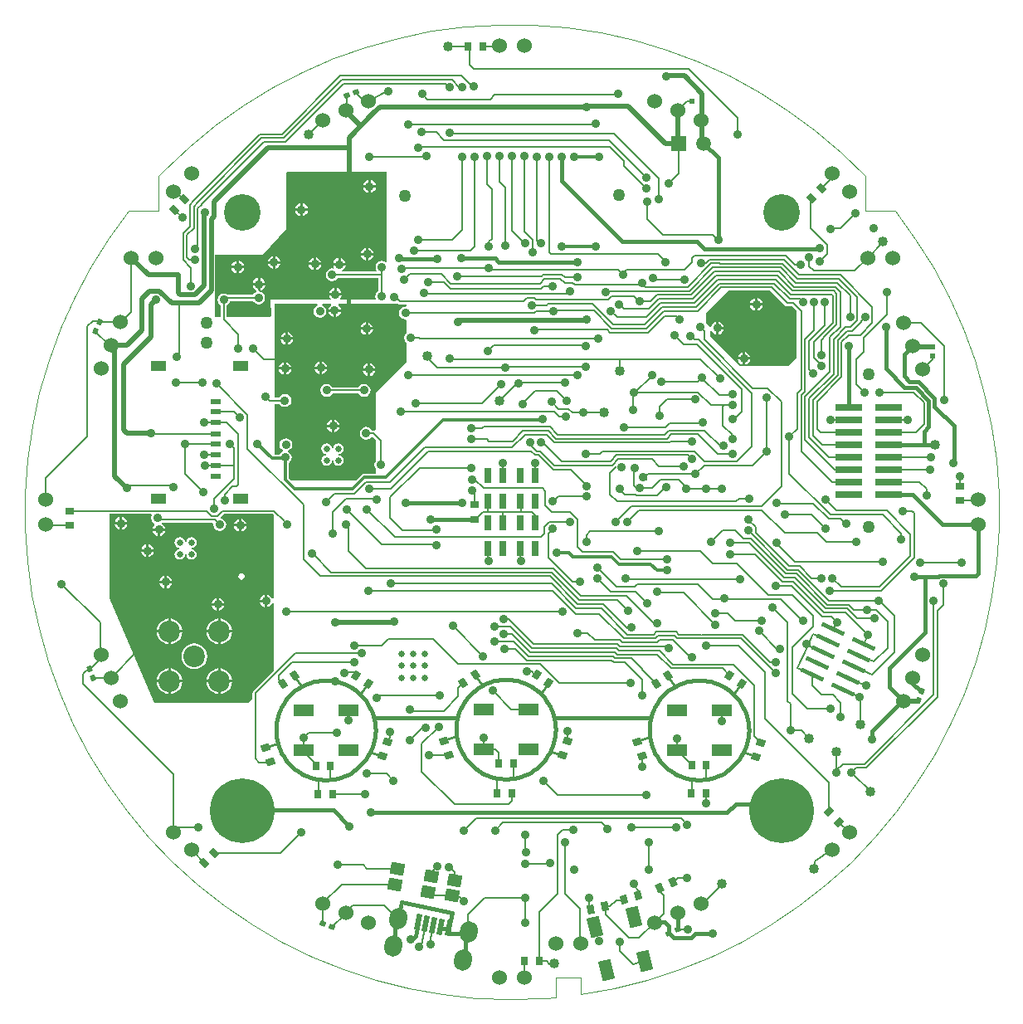
<source format=gtl>
%FSTAX23Y23*%
%MOIN*%
%SFA1B1*%

%IPPOS*%
%AMD13*
4,1,4,-0.019500,0.011100,-0.006000,-0.021600,0.019500,-0.011100,0.006000,0.021600,-0.019500,0.011100,0.0*
%
%AMD14*
4,1,4,-0.031500,-0.018000,0.022500,-0.028400,0.031500,0.018000,-0.022500,0.028400,-0.031500,-0.018000,0.0*
%
%AMD16*
4,1,4,0.016900,-0.014800,0.010200,0.020000,-0.016900,0.014800,-0.010200,-0.020000,0.016900,-0.014800,0.0*
%
%AMD20*
4,1,4,-0.021100,-0.007700,0.012600,-0.018600,0.021100,0.007700,-0.012600,0.018600,-0.021100,-0.007700,0.0*
%
%AMD21*
4,1,4,0.000800,-0.022400,0.021600,0.006200,-0.000800,0.022400,-0.021600,-0.006200,0.000800,-0.022400,0.0*
%
%AMD22*
4,1,4,0.021600,-0.006200,0.000800,0.022400,-0.021600,0.006200,-0.000800,-0.022400,0.021600,-0.006200,0.0*
%
%AMD23*
4,1,4,0.012600,0.018600,-0.021100,0.007700,-0.012600,-0.018600,0.021100,-0.007700,0.012600,0.018600,0.0*
%
%AMD25*
4,1,4,0.022300,-0.002800,-0.002800,0.022300,-0.022300,0.002800,0.002800,-0.022300,0.022300,-0.002800,0.0*
%
%AMD26*
4,1,4,0.041000,-0.028600,0.048200,-0.013000,-0.041000,0.028600,-0.048200,0.013000,0.041000,-0.028600,0.0*
%
%AMD27*
4,1,4,-0.002800,-0.022300,0.022300,0.002800,0.002800,0.022300,-0.022300,-0.002800,-0.002800,-0.022300,0.0*
%
%AMD28*
4,1,4,-0.033900,0.032800,-0.014600,-0.044900,0.033900,-0.032800,0.014600,0.044900,-0.033900,0.032800,0.0*
%
%AMD30*
4,1,4,-0.013600,-0.007200,0.004500,-0.014700,0.013600,0.007200,-0.004500,0.014700,-0.013600,-0.007200,0.0*
%
%AMD33*
4,1,4,-0.014700,0.004500,-0.007200,-0.013600,0.014700,-0.004500,0.007200,0.013600,-0.014700,0.004500,0.0*
%
%AMD34*
4,1,4,-0.004500,-0.014700,0.013600,-0.007200,0.004500,0.014700,-0.013600,0.007200,-0.004500,-0.014700,0.0*
%
%AMD35*
4,1,4,0.007200,-0.013600,0.014700,0.004500,-0.007200,0.013600,-0.014700,-0.004500,0.007200,-0.013600,0.0*
%
%AMD36*
4,1,4,-0.018300,0.013000,-0.008100,-0.020900,0.018300,-0.013000,0.008100,0.020900,-0.018300,0.013000,0.0*
%
%AMD37*
4,1,4,0.004500,-0.034000,0.016800,0.029900,-0.004500,0.034000,-0.016800,-0.029900,0.004500,-0.034000,0.0*
%
%AMD42*
4,1,4,-0.022200,0.012500,-0.025300,0.003000,0.022200,-0.012500,0.025300,-0.003000,-0.022200,0.012500,0.0*
%
%AMD43*
4,1,4,-0.018700,-0.017300,-0.010600,-0.023200,0.018700,0.017300,0.010600,0.023200,-0.018700,-0.017300,0.0*
%
%AMD44*
4,1,4,0.010600,-0.023200,0.018700,-0.017300,-0.010600,0.023200,-0.018700,0.017300,0.010600,-0.023200,0.0*
%
%AMD45*
4,1,4,0.025300,0.003000,0.022200,0.012500,-0.025300,-0.003000,-0.022200,-0.012500,0.025300,0.003000,0.0*
%
%AMD53*
4,1,4,-0.033300,0.014400,-0.036200,-0.001000,0.033300,-0.014400,0.036200,0.001000,-0.033300,0.014400,0.0*
1,1,0.070900,-0.001500,-0.007700*
1,1,0.070900,0.001500,0.007700*
%
%ADD10C,0.015000*%
%ADD11C,0.040000*%
%ADD12R,0.035400X0.027600*%
G04~CAMADD=13~9~0.0~0.0~354.0~276.0~0.0~0.0~0~0.0~0.0~0.0~0.0~0~0.0~0.0~0.0~0.0~0~0.0~0.0~0.0~112.5~390.0~431.0*
%ADD13D13*%
G04~CAMADD=14~9~0.0~0.0~551.0~472.0~0.0~0.0~0~0.0~0.0~0.0~0.0~0~0.0~0.0~0.0~0.0~0~0.0~0.0~0.0~169.1~630.0~567.0*
%ADD14D14*%
%ADD15R,0.031500X0.059100*%
G04~CAMADD=16~9~0.0~0.0~354.0~276.0~0.0~0.0~0~0.0~0.0~0.0~0.0~0~0.0~0.0~0.0~0.0~0~0.0~0.0~0.0~280.9~338.0~399.0*
%ADD16D16*%
%ADD17R,0.041300X0.023600*%
%ADD18R,0.059100X0.041300*%
%ADD19R,0.027600X0.035400*%
G04~CAMADD=20~9~0.0~0.0~354.0~276.0~0.0~0.0~0~0.0~0.0~0.0~0.0~0~0.0~0.0~0.0~0.0~0~0.0~0.0~0.0~162.0~422.0~371.0*
%ADD20D20*%
G04~CAMADD=21~9~0.0~0.0~354.0~276.0~0.0~0.0~0~0.0~0.0~0.0~0.0~0~0.0~0.0~0.0~0.0~0~0.0~0.0~0.0~234.0~432.0~447.0*
%ADD21D21*%
G04~CAMADD=22~9~0.0~0.0~354.0~276.0~0.0~0.0~0~0.0~0.0~0.0~0.0~0~0.0~0.0~0.0~0.0~0~0.0~0.0~0.0~306.0~432.0~447.0*
%ADD22D22*%
G04~CAMADD=23~9~0.0~0.0~354.0~276.0~0.0~0.0~0~0.0~0.0~0.0~0.0~0~0.0~0.0~0.0~0.0~0~0.0~0.0~0.0~18.0~422.0~371.0*
%ADD23D23*%
%ADD24R,0.080000X0.050000*%
G04~CAMADD=25~9~0.0~0.0~354.0~276.0~0.0~0.0~0~0.0~0.0~0.0~0.0~0~0.0~0.0~0.0~0.0~0~0.0~0.0~0.0~315.0~446.0~445.0*
%ADD25D25*%
G04~CAMADD=26~9~0.0~0.0~173.0~984.0~0.0~0.0~0~0.0~0.0~0.0~0.0~0~0.0~0.0~0.0~0.0~0~0.0~0.0~0.0~245.0~964.0~571.0*
%ADD26D26*%
G04~CAMADD=27~9~0.0~0.0~354.0~276.0~0.0~0.0~0~0.0~0.0~0.0~0.0~0~0.0~0.0~0.0~0.0~0~0.0~0.0~0.0~225.0~446.0~445.0*
%ADD27D27*%
G04~CAMADD=28~9~0.0~0.0~800.0~500.0~0.0~0.0~0~0.0~0.0~0.0~0.0~0~0.0~0.0~0.0~0.0~0~0.0~0.0~0.0~104.0~678.0~897.0*
%ADD28D28*%
%ADD29R,0.110000X0.029100*%
G04~CAMADD=30~9~0.0~0.0~197.0~236.0~0.0~0.0~0~0.0~0.0~0.0~0.0~0~0.0~0.0~0.0~0.0~0~0.0~0.0~0.0~157.5~272.0~293.0*
%ADD30D30*%
%ADD31R,0.019700X0.023600*%
%ADD32R,0.023600X0.019700*%
G04~CAMADD=33~9~0.0~0.0~197.0~236.0~0.0~0.0~0~0.0~0.0~0.0~0.0~0~0.0~0.0~0.0~0.0~0~0.0~0.0~0.0~112.5~294.0~271.0*
%ADD33D33*%
G04~CAMADD=34~9~0.0~0.0~197.0~236.0~0.0~0.0~0~0.0~0.0~0.0~0.0~0~0.0~0.0~0.0~0.0~0~0.0~0.0~0.0~202.5~272.0~293.0*
%ADD34D34*%
G04~CAMADD=35~9~0.0~0.0~197.0~236.0~0.0~0.0~0~0.0~0.0~0.0~0.0~0~0.0~0.0~0.0~0.0~0~0.0~0.0~0.0~247.5~294.0~271.0*
%ADD35D35*%
G04~CAMADD=36~9~0.0~0.0~354.0~276.0~0.0~0.0~0~0.0~0.0~0.0~0.0~0~0.0~0.0~0.0~0.0~0~0.0~0.0~0.0~106.7~366.0~417.0*
%ADD36D36*%
G04~CAMADD=37~9~0.0~0.0~650.0~217.0~0.0~0.0~0~0.0~0.0~0.0~0.0~0~0.0~0.0~0.0~0.0~0~0.0~0.0~0.0~259.1~336.0~679.0*
%ADD37D37*%
%ADD38C,0.008000*%
%ADD39C,0.020000*%
%ADD40C,0.012000*%
%ADD41C,0.007900*%
G04~CAMADD=42~9~0.0~0.0~100.0~500.0~0.0~0.0~0~0.0~0.0~0.0~0.0~0~0.0~0.0~0.0~0.0~0~0.0~0.0~0.0~72.0~506.0~249.0*
%ADD42D42*%
G04~CAMADD=43~9~0.0~0.0~100.0~500.0~0.0~0.0~0~0.0~0.0~0.0~0.0~0~0.0~0.0~0.0~0.0~0~0.0~0.0~0.0~144.0~374.0~463.0*
%ADD43D43*%
G04~CAMADD=44~9~0.0~0.0~100.0~500.0~0.0~0.0~0~0.0~0.0~0.0~0.0~0~0.0~0.0~0.0~0.0~0~0.0~0.0~0.0~216.0~374.0~463.0*
%ADD44D44*%
G04~CAMADD=45~9~0.0~0.0~100.0~500.0~0.0~0.0~0~0.0~0.0~0.0~0.0~0~0.0~0.0~0.0~0.0~0~0.0~0.0~0.0~288.0~506.0~249.0*
%ADD45D45*%
%ADD46R,0.010000X0.050000*%
%ADD47C,0.003000*%
%ADD48C,0.059100*%
%ADD49R,0.059100X0.059100*%
%ADD50C,0.060000*%
%ADD51C,0.050000*%
%ADD52C,0.086600*%
G04~CAMADD=53~3~0.0~0.0~866.0~709.0~0.0~0.0~0~0.0~0.0~0.0~0.0~0~0.0~0.0~0.0~0.0~0~0.0~0.0~0.0~79.1~736.0~860.0*
%ADD53D53*%
%ADD54C,0.035000*%
%ADD55C,0.026000*%
%ADD56C,0.260000*%
%ADD57C,0.147000*%
%LNronecpuboard-v10-1*%
%LPD*%
G36*
X05097Y0483D02*
X05101Y04827D01*
X05106Y04826*
X05124*
X05142Y04809*
Y04616*
X05111Y04585*
X04917*
X04798Y04704*
Y04725*
X04803Y04727*
X04808Y04719*
X04816Y04714*
X04821Y04713*
Y04738*
Y04763*
X04816Y04762*
X04808Y04756*
X04802Y04748*
X04801Y04743*
X04796Y04742*
X04795Y04745*
X04781Y04759*
X04779Y0476*
Y04798*
X04869Y04888*
X05038*
X05097Y0483*
G37*
G36*
X03497Y05006D02*
X03492Y05003D01*
X03488Y05007*
X03478Y05009*
X03468Y05007*
X03459Y05001*
X03454Y04992*
X03452Y04983*
X03454Y04973*
X03456Y04969*
X03453Y04965*
X03318*
X03317Y0497*
X03325Y04975*
X03331Y04984*
X03332Y04989*
X03282*
X03283Y04984*
X03284Y04981*
X03282Y04977*
X03278Y04978*
X03268Y04976*
X03259Y0497*
X03254Y04961*
X03252Y04952*
X03254Y04942*
X03259Y04933*
X03268Y04928*
X03278Y04926*
X03288Y04928*
X03296Y04933*
X03301Y0494*
X03464*
Y04887*
X03458Y04883*
X03453Y04874*
X03451Y04865*
X03452Y04856*
X03449Y04852*
X03312Y04852*
X0331Y04856*
X03315Y04864*
X03316Y04869*
X03266*
X03267Y04864*
X03272Y04856*
X03269Y04852*
X03031Y04851*
X03032Y04786*
X03028Y04783*
X02855*
Y04828*
X02861Y04832*
X02867Y04841*
X02868Y04847*
X02959*
X02963Y04841*
X02972Y04836*
X02982Y04834*
X02992Y04836*
X03Y04841*
X03006Y0485*
X03008Y0486*
X03006Y04869*
X03Y04878*
X02992Y04884*
X02983Y04885*
X02984Y04888*
X02979Y04889*
Y04909*
X02959*
X0296Y04904*
X02965Y04895*
X02974Y0489*
X02975Y04889*
Y04884*
X02972Y04884*
X02963Y04878*
X02959Y04872*
X02857*
X02853Y04875*
X02843Y04877*
X02833Y04875*
X02824Y04869*
X02819Y0486*
X02817Y04851*
X02819Y04841*
X02824Y04832*
X0283Y04828*
Y04783*
X02808*
Y05034*
X03*
X03095Y05135*
X03095Y05363*
X03098Y05367*
X03497*
Y05006*
G37*
G36*
X03545Y04834D02*
X0355Y04833D01*
X03576*
Y04828*
X03572Y04824*
X03572Y04825*
X03562Y04823*
X03553Y04817*
X03548Y04808*
X03546Y04799*
X03548Y04789*
X03553Y0478*
X03562Y04775*
X03572Y04773*
X03572Y04773*
X03576Y0477*
X03576Y04717*
X03574Y04716*
X03569Y04708*
X03567Y04698*
X03569Y04688*
X03574Y04679*
X03576Y04678*
X03577Y04603*
X03452Y04479*
Y04332*
X03447Y04326*
X03443Y04327*
X03437*
X03433Y04333*
X03424Y04339*
X03415Y04341*
X03405Y04339*
X03396Y04333*
X03391Y04325*
X03389Y04315*
X03391Y04305*
X03396Y04296*
X03405Y04291*
X03415Y04289*
X03424Y04291*
X03433Y04296*
X03435Y04299*
X0344Y043*
X03452Y04288*
Y04203*
X03449Y04198*
X03447Y04189*
X03449Y04179*
X03452Y04174*
Y04154*
X03407*
X03402Y04153*
X03397Y0415*
X03372Y04125*
X03115*
X03104Y04135*
Y04197*
X03108Y042*
X03114Y04209*
X03116Y04219*
X03114Y04229*
X03108Y04237*
X031Y04243*
Y04245*
X03101Y04246*
X0311Y04251*
X03116Y0426*
X03118Y0427*
X03116Y0428*
X0311Y04288*
X03101Y04294*
X03092Y04296*
X03082Y04294*
X03073Y04288*
X03068Y0428*
X03066Y0427*
X03068Y0426*
X03073Y04251*
X03079Y04248*
X03079Y04245*
Y04242*
X03071Y04237*
X03066Y0423*
X03048*
Y04434*
X03065*
X03069Y04428*
X03078Y04423*
X03088Y04421*
X03097Y04423*
X03106Y04428*
X03112Y04437*
X03114Y04447*
X03112Y04457*
X03106Y04465*
X03097Y04471*
X03088Y04473*
X03078Y04471*
X03069Y04465*
X03065Y04459*
X03048*
Y04835*
X03218*
X03219Y0483*
X03219*
X0321Y04824*
X03205Y04815*
X03203Y04806*
X03205Y04796*
X0321Y04787*
X03219Y04782*
X03229Y0478*
X03239Y04782*
X03247Y04787*
X03253Y04796*
X03255Y04806*
X03253Y04815*
X03247Y04824*
X03239Y0483*
X03238*
X03239Y04835*
X03272*
X03273Y0483*
X03269Y04827*
X03264Y04819*
X03263Y04814*
X03313*
X03312Y04819*
X03306Y04827*
X03302Y0483*
X03303Y04835*
X03544*
X03545Y04834*
G37*
G36*
X03042Y03988D02*
Y03652D01*
X03037Y03651*
X03031Y0366*
X03022Y03666*
X03018Y03667*
Y03642*
Y03617*
X03022Y03618*
X03031Y03623*
X03037Y03632*
X03042Y03631*
Y03361*
X02962Y03281*
X02959Y03277*
X02958Y03273*
Y0325*
X02942Y03234*
X02564*
X02382Y03654*
Y03992*
X02551*
X02553Y03987*
X02552Y03985*
X0255Y03975*
X02552Y03965*
X02557Y03956*
X02564Y03952*
Y03947*
X02563Y03946*
X02558Y03937*
X02557Y03933*
X02607*
X02606Y03937*
X026Y03946*
X02591Y03952*
X02591Y03954*
X02593Y03956*
X02798*
X02801Y03952*
X02801Y03949*
X02803Y03939*
X02808Y0393*
X02817Y03925*
X02827Y03923*
X02837Y03925*
X02845Y0393*
X02851Y03939*
X02853Y03949*
X02851Y03959*
X02845Y03967*
X02837Y03973*
X02827Y03975*
X02842Y03992*
X03038*
X03042Y03988*
G37*
%LNronecpuboard-v10-2*%
%LPC*%
G36*
X03228Y04574D02*
X03208D01*
X03209Y04569*
X03214Y0456*
X03223Y04555*
X03228Y04554*
Y04574*
G37*
G36*
X02934Y03941D02*
X02914D01*
Y03921*
X02919Y03922*
X02927Y03927*
X02933Y03936*
X02934Y03941*
G37*
G36*
X02904D02*
X02884D01*
X02885Y03936*
X0289Y03927*
X02899Y03922*
X02904Y03921*
Y03941*
G37*
G36*
Y03971D02*
X02899Y0397D01*
X0289Y03964*
X02885Y03956*
X02884Y03951*
X02904*
Y03971*
G37*
G36*
X02455Y03949D02*
X02435D01*
Y03929*
X02439Y0393*
X02448Y03935*
X02454Y03944*
X02455Y03949*
G37*
G36*
X02425D02*
X02405D01*
X02406Y03944*
X02411Y03935*
X0242Y0393*
X02425Y03929*
Y03949*
G37*
G36*
X02607Y03923D02*
X02587D01*
Y03903*
X02591Y03904*
X026Y03909*
X02606Y03918*
X02607Y03923*
G37*
G36*
X02541Y03869D02*
Y03849D01*
X02561*
X0256Y03854*
X02554Y03862*
X02545Y03868*
X02541Y03869*
G37*
G36*
X02531D02*
X02526Y03868D01*
X02517Y03862*
X02512Y03854*
X02511Y03849*
X02531*
Y03869*
G37*
G36*
X02561Y03839D02*
X02541D01*
Y03819*
X02545Y0382*
X02554Y03825*
X0256Y03834*
X02561Y03839*
G37*
G36*
X02577Y03923D02*
X02557D01*
X02558Y03918*
X02563Y03909*
X02572Y03904*
X02577Y03903*
Y03923*
G37*
G36*
X03258Y04574D02*
X03238D01*
Y04554*
X03242Y04555*
X03251Y0456*
X03257Y04569*
X03258Y04574*
G37*
G36*
X02713Y03898D02*
X02705Y03896D01*
X02698Y03891*
X02693Y03884*
X02692Y03878*
X02687*
X02687Y03878*
X02686Y03884*
X02681Y03891*
X02674Y03896*
X02666Y03898*
X02658Y03896*
X02651Y03891*
X02646Y03884*
X02645Y03876*
X02646Y03868*
X02651Y03861*
X02658Y03856*
X02663Y03855*
X02665Y03855*
Y0385*
X02658Y03849*
X02651Y03844*
X02646Y03837*
X02645Y03829*
X02646Y03821*
X02651Y03814*
X02658Y03809*
X02666Y03808*
X02674Y03809*
X02681Y03814*
X02686Y03821*
X02687Y03828*
X02692*
X02693Y03821*
X02698Y03814*
X02705Y03809*
X02713Y03808*
X02721Y03809*
X02728Y03814*
X02733Y03821*
X02735Y03829*
X02733Y03837*
X02728Y03844*
X02721Y03849*
X02715Y0385*
Y03855*
X02716Y03855*
X02721Y03856*
X02728Y03861*
X02733Y03868*
X02735Y03876*
X02733Y03884*
X02728Y03891*
X02721Y03896*
X02713Y03898*
G37*
G36*
X03287Y0437D02*
Y0435D01*
X03307*
X03306Y04355*
X033Y04363*
X03292Y04369*
X03287Y0437*
G37*
G36*
X03277D02*
X03272Y04369D01*
X03264Y04363*
X03258Y04355*
X03257Y0435*
X03277*
Y0437*
G37*
G36*
X03307Y0434D02*
X03287D01*
Y0432*
X03292Y04321*
X033Y04327*
X03306Y04335*
X03307Y0434*
G37*
G36*
X03451Y04566D02*
X03431D01*
Y04546*
X03436Y04547*
X03444Y04552*
X0345Y04561*
X03451Y04566*
G37*
G36*
X03421D02*
X03401D01*
X03402Y04561*
X03407Y04552*
X03416Y04547*
X03421Y04546*
Y04566*
G37*
G36*
X03407Y04514D02*
X03397Y04512D01*
X03388Y04506*
X03384Y045*
X03279*
X03275Y04506*
X03266Y04512*
X03257Y04514*
X03247Y04512*
X03238Y04506*
X03233Y04498*
X03231Y04488*
X03233Y04478*
X03238Y04469*
X03247Y04464*
X03257Y04462*
X03266Y04464*
X03275Y04469*
X03279Y04475*
X03384*
X03388Y04469*
X03397Y04464*
X03407Y04462*
X03416Y04464*
X03425Y04469*
X03431Y04478*
X03433Y04488*
X03431Y04498*
X03425Y04506*
X03416Y04512*
X03407Y04514*
G37*
G36*
X03277Y0434D02*
X03257D01*
X03258Y04335*
X03264Y04327*
X03272Y04321*
X03277Y0432*
Y0434*
G37*
G36*
X03084Y04571D02*
X03064D01*
X03065Y04566*
X0307Y04557*
X03079Y04552*
X03084Y04551*
Y04571*
G37*
G36*
X02914Y03971D02*
Y03951D01*
X02934*
X02933Y03956*
X02927Y03964*
X02919Y0397*
X02914Y03971*
G37*
G36*
X03114Y04571D02*
X03094D01*
Y04551*
X03098Y04552*
X03107Y04557*
X03113Y04566*
X03114Y04571*
G37*
G36*
X03303Y04275D02*
X03295Y04273D01*
X03288Y04268*
X03283Y04261*
X03282Y04255*
X03277*
X03277Y04255*
X03276Y04261*
X03271Y04268*
X03264Y04273*
X03256Y04275*
X03248Y04273*
X03241Y04268*
X03236Y04261*
X03235Y04253*
X03236Y04245*
X03241Y04238*
X03248Y04233*
X03254Y04232*
X03255Y04232*
Y04227*
X03248Y04226*
X03241Y04221*
X03236Y04214*
X03235Y04206*
X03236Y04198*
X03241Y04191*
X03248Y04186*
X03256Y04185*
X03264Y04186*
X03271Y04191*
X03276Y04198*
X03277Y04205*
X03282*
X03283Y04198*
X03288Y04191*
X03295Y04186*
X03303Y04185*
X03311Y04186*
X03318Y04191*
X03323Y04198*
X03325Y04206*
X03323Y04214*
X03318Y04221*
X03311Y04226*
X03305Y04227*
Y04232*
X03305Y04232*
X03311Y04233*
X03318Y04238*
X03323Y04245*
X03325Y04253*
X03323Y04261*
X03318Y04268*
X03311Y04273*
X03303Y04275*
G37*
G36*
X02435Y03979D02*
Y03959D01*
X02455*
X02454Y03963*
X02448Y03972*
X02439Y03978*
X02435Y03979*
G37*
G36*
X02425D02*
X0242Y03978D01*
X02411Y03972*
X02406Y03963*
X02405Y03959*
X02425*
Y03979*
G37*
G36*
X0262Y03515D02*
X02573D01*
X02575Y03506*
X0258Y03494*
X02588Y03483*
X02599Y03475*
X02611Y0347*
X0262Y03468*
Y03515*
G37*
G36*
X02724Y03471D02*
X02711Y0347D01*
X02698Y03464*
X02688Y03456*
X02679Y03445*
X02674Y03433*
X02672Y0342*
X02674Y03406*
X02679Y03394*
X02688Y03383*
X02698Y03375*
X02711Y0337*
X02724Y03368*
X02738Y0337*
X0275Y03375*
X02761Y03383*
X02769Y03394*
X02774Y03406*
X02776Y0342*
X02774Y03433*
X02769Y03445*
X02761Y03456*
X0275Y03464*
X02738Y0347*
X02724Y03471*
G37*
G36*
X0283Y03371D02*
Y03325D01*
X02876*
X02875Y03333*
X02869Y03345*
X02861Y03356*
X0285Y03364*
X02838Y0337*
X0283Y03371*
G37*
G36*
X02676Y03515D02*
X0263D01*
Y03468*
X02638Y0347*
X0265Y03475*
X02661Y03483*
X02669Y03494*
X02675Y03506*
X02676Y03515*
G37*
G36*
X0262Y03571D02*
X02611Y0357D01*
X02599Y03564*
X02588Y03556*
X0258Y03545*
X02575Y03533*
X02573Y03525*
X0262*
Y03571*
G37*
G36*
X02876Y03515D02*
X0283D01*
Y03468*
X02838Y0347*
X0285Y03475*
X02861Y03483*
X02869Y03494*
X02875Y03506*
X02876Y03515*
G37*
G36*
X0282D02*
X02773D01*
X02775Y03506*
X0278Y03494*
X02788Y03483*
X02799Y03475*
X02811Y0347*
X0282Y03468*
Y03515*
G37*
G36*
Y03315D02*
X02773D01*
X02775Y03306*
X0278Y03294*
X02788Y03283*
X02799Y03275*
X02811Y0327*
X0282Y03268*
Y03315*
G37*
G36*
X02676D02*
X0263D01*
Y03268*
X02638Y0327*
X0265Y03275*
X02661Y03283*
X02669Y03294*
X02675Y03306*
X02676Y03315*
G37*
G36*
X0262D02*
X02573D01*
X02575Y03306*
X0258Y03294*
X02588Y03283*
X02599Y03275*
X02611Y0327*
X0262Y03268*
Y03315*
G37*
G36*
X02876D02*
X0283D01*
Y03268*
X02838Y0327*
X0285Y03275*
X02861Y03283*
X02869Y03294*
X02875Y03306*
X02876Y03315*
G37*
G36*
X0282Y03371D02*
X02811Y0337D01*
X02799Y03364*
X02788Y03356*
X0278Y03345*
X02775Y03333*
X02773Y03325*
X0282*
Y03371*
G37*
G36*
X0263D02*
Y03325D01*
X02676*
X02675Y03333*
X02669Y03345*
X02661Y03356*
X0265Y03364*
X02638Y0337*
X0263Y03371*
G37*
G36*
X0262D02*
X02611Y0337D01*
X02599Y03364*
X02588Y03356*
X0258Y03345*
X02575Y03333*
X02573Y03325*
X0262*
Y03371*
G37*
G36*
X0263Y03571D02*
Y03525D01*
X02676*
X02675Y03533*
X02669Y03545*
X02661Y03556*
X0265Y03564*
X02638Y0357*
X0263Y03571*
G37*
G36*
X02635Y03713D02*
X02615D01*
Y03693*
X0262Y03694*
X02628Y03699*
X02634Y03708*
X02635Y03713*
G37*
G36*
X02605D02*
X02585D01*
X02586Y03708*
X02591Y03699*
X026Y03694*
X02605Y03693*
Y03713*
G37*
G36*
X03008Y03667D02*
X03003Y03666D01*
X02994Y0366*
X02989Y03651*
X02988Y03647*
X03008*
Y03667*
G37*
G36*
X02605Y03743D02*
X026Y03742D01*
X02591Y03736*
X02586Y03728*
X02585Y03723*
X02605*
Y03743*
G37*
G36*
X02531Y03839D02*
X02511D01*
X02512Y03834*
X02517Y03825*
X02526Y0382*
X02531Y03819*
Y03839*
G37*
G36*
X02915Y03754D02*
X02914D01*
X02909Y03753*
X02905Y0375*
X02902Y03746*
X02901Y03742*
Y0374*
X02902Y03735*
X02905Y03731*
X02909Y03728*
X02914Y03727*
X02918Y03728*
X02922Y03731*
X02925Y03735*
X02925Y03736*
X02926Y03737*
X02927Y03742*
X02926Y03746*
X02923Y0375*
X02919Y03753*
X02915Y03754*
G37*
G36*
X02615Y03743D02*
Y03723D01*
X02635*
X02634Y03728*
X02628Y03736*
X0262Y03742*
X02615Y03743*
G37*
G36*
X02815Y03624D02*
X02795D01*
X02796Y03619*
X02801Y0361*
X0281Y03605*
X02815Y03604*
Y03624*
G37*
G36*
X0283Y03571D02*
Y03525D01*
X02876*
X02875Y03533*
X02869Y03545*
X02861Y03556*
X0285Y03564*
X02838Y0357*
X0283Y03571*
G37*
G36*
X0282D02*
X02811Y0357D01*
X02799Y03564*
X02788Y03556*
X0278Y03545*
X02775Y03533*
X02773Y03525*
X0282*
Y03571*
G37*
G36*
X02845Y03624D02*
X02825D01*
Y03604*
X0283Y03605*
X02838Y0361*
X02844Y03619*
X02845Y03624*
G37*
G36*
X02825Y03654D02*
Y03634D01*
X02845*
X02844Y03639*
X02838Y03647*
X0283Y03653*
X02825Y03654*
G37*
G36*
X02815D02*
X0281Y03653D01*
X02801Y03647*
X02796Y03639*
X02795Y03634*
X02815*
Y03654*
G37*
G36*
X03008Y03637D02*
X02988D01*
X02989Y03632*
X02994Y03623*
X03003Y03618*
X03008Y03617*
Y03637*
G37*
G36*
X03421Y04596D02*
X03416Y04595D01*
X03407Y04589*
X03402Y0458*
X03401Y04576*
X03421*
Y04596*
G37*
G36*
X02904Y05008D02*
Y04988D01*
X02924*
X02923Y04992*
X02917Y05001*
X02909Y05007*
X02904Y05008*
G37*
G36*
X02894D02*
X02889Y05007D01*
X0288Y05001*
X02875Y04992*
X02874Y04988*
X02894*
Y05008*
G37*
G36*
X03069Y04997D02*
X03049D01*
Y04977*
X03054Y04978*
X03063Y04983*
X03068Y04992*
X03069Y04997*
G37*
G36*
X03302Y05019D02*
X03297Y05018D01*
X03288Y05012*
X03283Y05004*
X03282Y04999*
X03302*
Y05019*
G37*
G36*
X03214Y05021D02*
Y05001D01*
X03234*
X03233Y05005*
X03227Y05014*
X03219Y0502*
X03214Y05021*
G37*
G36*
X03204D02*
X03199Y0502D01*
X0319Y05014*
X03185Y05005*
X03184Y05001*
X03204*
Y05021*
G37*
G36*
X03312Y05019D02*
Y04999D01*
X03332*
X03331Y05004*
X03325Y05012*
X03317Y05018*
X03312Y05019*
G37*
G36*
X02894Y04978D02*
X02874D01*
X02875Y04973*
X0288Y04964*
X02889Y04959*
X02894Y04958*
Y04978*
G37*
G36*
X02989Y04939D02*
Y04919D01*
X03009*
X03008Y04924*
X03002Y04932*
X02993Y04938*
X02989Y04939*
G37*
G36*
X02979D02*
X02974Y04938D01*
X02965Y04932*
X0296Y04924*
X02959Y04919*
X02979*
Y04939*
G37*
G36*
X02924Y04978D02*
X02904D01*
Y04958*
X02909Y04959*
X02917Y04964*
X02923Y04973*
X02924Y04978*
G37*
G36*
X03039Y04997D02*
X03019D01*
X0302Y04992*
X03026Y04983*
X03034Y04978*
X03039Y04977*
Y04997*
G37*
G36*
X03234Y04991D02*
X03214D01*
Y04971*
X03219Y04972*
X03227Y04977*
X03233Y04986*
X03234Y04991*
G37*
G36*
X03204D02*
X03184D01*
X03185Y04986*
X0319Y04977*
X03199Y04972*
X03204Y04971*
Y04991*
G37*
G36*
X0316Y05239D02*
Y05219D01*
X0318*
X03179Y05223*
X03173Y05232*
X03164Y05238*
X0316Y05239*
G37*
G36*
X0315D02*
X03145Y05238D01*
X03136Y05232*
X03131Y05223*
X0313Y05219*
X0315*
Y05239*
G37*
G36*
X0318Y05209D02*
X0316D01*
Y05189*
X03164Y0519*
X03173Y05195*
X03179Y05204*
X0318Y05209*
G37*
G36*
X03423Y05302D02*
X03403D01*
X03404Y05297*
X03409Y05288*
X03418Y05283*
X03423Y05282*
Y05302*
G37*
G36*
X03433Y05332D02*
Y05312D01*
X03453*
X03452Y05316*
X03446Y05325*
X03437Y05331*
X03433Y05332*
G37*
G36*
X03423D02*
X03418Y05331D01*
X03409Y05325*
X03404Y05316*
X03403Y05312*
X03423*
Y05332*
G37*
G36*
X03453Y05302D02*
X03433D01*
Y05282*
X03437Y05283*
X03446Y05288*
X03452Y05297*
X03453Y05302*
G37*
G36*
X03414Y0503D02*
X03394D01*
X03395Y05025*
X034Y05016*
X03409Y05011*
X03414Y0501*
Y0503*
G37*
G36*
X03049Y05027D02*
Y05007D01*
X03069*
X03068Y05012*
X03063Y0502*
X03054Y05026*
X03049Y05027*
G37*
G36*
X03039D02*
X03034Y05026D01*
X03026Y0502*
X0302Y05012*
X03019Y05007*
X03039*
Y05027*
G37*
G36*
X03444Y0503D02*
X03424D01*
Y0501*
X03429Y05011*
X03437Y05016*
X03443Y05025*
X03444Y0503*
G37*
G36*
X0315Y05209D02*
X0313D01*
X03131Y05204*
X03136Y05195*
X03145Y0519*
X0315Y05189*
Y05209*
G37*
G36*
X03424Y0506D02*
Y0504D01*
X03444*
X03443Y05045*
X03437Y05053*
X03429Y05059*
X03424Y0506*
G37*
G36*
X03414D02*
X03409Y05059D01*
X034Y05053*
X03395Y05045*
X03394Y0504*
X03414*
Y0506*
G37*
G36*
X03091Y04691D02*
X03071D01*
X03072Y04686*
X03077Y04677*
X03086Y04672*
X03091Y04671*
Y04691*
G37*
G36*
X04938Y04641D02*
Y04621D01*
X04958*
X04957Y04625*
X04951Y04634*
X04942Y0464*
X04938Y04641*
G37*
G36*
X04928D02*
X04923Y0464D01*
X04914Y04634*
X04909Y04625*
X04908Y04621*
X04928*
Y04641*
G37*
G36*
X03121Y04691D02*
X03101D01*
Y04671*
X03106Y04672*
X03114Y04677*
X0312Y04686*
X03121Y04691*
G37*
G36*
X03412Y04731D02*
X03392D01*
X03393Y04726*
X03398Y04717*
X03407Y04712*
X03412Y04711*
Y04731*
G37*
G36*
X03101Y04721D02*
Y04701D01*
X03121*
X0312Y04705*
X03114Y04714*
X03106Y0472*
X03101Y04721*
G37*
G36*
X03091D02*
X03086Y0472D01*
X03077Y04714*
X03072Y04705*
X03071Y04701*
X03091*
Y04721*
G37*
G36*
X03094Y04601D02*
Y04581D01*
X03114*
X03113Y04585*
X03107Y04594*
X03098Y046*
X03094Y04601*
G37*
G36*
X03084D02*
X03079Y046D01*
X0307Y04594*
X03065Y04585*
X03064Y04581*
X03084*
Y04601*
G37*
G36*
X03431Y04596D02*
Y04576D01*
X03451*
X0345Y0458*
X03444Y04589*
X03436Y04595*
X03431Y04596*
G37*
G36*
X03228Y04604D02*
X03223Y04603D01*
X03214Y04597*
X03209Y04589*
X03208Y04584*
X03228*
Y04604*
G37*
G36*
X04958Y04611D02*
X04938D01*
Y04591*
X04942Y04592*
X04951Y04597*
X04957Y04606*
X04958Y04611*
G37*
G36*
X04928D02*
X04908D01*
X04909Y04606*
X04914Y04597*
X04923Y04592*
X04928Y04591*
Y04611*
G37*
G36*
X03238Y04604D02*
Y04584D01*
X03258*
X03257Y04589*
X03251Y04597*
X03242Y04603*
X03238Y04604*
G37*
G36*
X04977Y04858D02*
X04972Y04857D01*
X04963Y04851*
X04958Y04842*
X04957Y04838*
X04977*
Y04858*
G37*
G36*
X05007Y04828D02*
X04987D01*
Y04808*
X04992Y04809*
X05Y04814*
X05006Y04823*
X05007Y04828*
G37*
G36*
X04977D02*
X04957D01*
X04958Y04823*
X04963Y04814*
X04972Y04809*
X04977Y04808*
Y04828*
G37*
G36*
X04987Y04858D02*
Y04838D01*
X05007*
X05006Y04842*
X05Y04851*
X04992Y04857*
X04987Y04858*
G37*
G36*
X03009Y04909D02*
X02989D01*
Y04889*
X02993Y0489*
X03002Y04895*
X03008Y04904*
X03009Y04909*
G37*
G36*
X03296Y04899D02*
Y04879D01*
X03316*
X03315Y04884*
X03309Y04892*
X03301Y04898*
X03296Y04899*
G37*
G36*
X03286D02*
X03281Y04898D01*
X03272Y04892*
X03267Y04884*
X03266Y04879*
X03286*
Y04899*
G37*
G36*
X03412Y04761D02*
X03407Y0476D01*
X03398Y04754*
X03393Y04746*
X03392Y04741*
X03412*
Y04761*
G37*
G36*
X04851Y04733D02*
X04831D01*
Y04713*
X04836Y04714*
X04845Y04719*
X0485Y04728*
X04851Y04733*
G37*
G36*
X03442Y04731D02*
X03422D01*
Y04711*
X03426Y04712*
X03435Y04717*
X03441Y04726*
X03442Y04731*
G37*
G36*
X03422Y04761D02*
Y04741D01*
X03442*
X03441Y04746*
X03435Y04754*
X03426Y0476*
X03422Y04761*
G37*
G36*
X03313Y04804D02*
X03293D01*
Y04784*
X03298Y04785*
X03306Y0479*
X03312Y04799*
X03313Y04804*
G37*
G36*
X03283D02*
X03263D01*
X03264Y04799*
X03269Y0479*
X03278Y04785*
X03283Y04784*
Y04804*
G37*
G36*
X04831Y04763D02*
Y04743D01*
X04851*
X0485Y04748*
X04845Y04756*
X04836Y04762*
X04831Y04763*
G37*
%LNronecpuboard-v10-3*%
%LPD*%
G54D10*
X04176Y03127D02*
D01*
X04175Y0314*
X04174Y03154*
X04171Y03168*
X04168Y03182*
X04163Y03195*
X04158Y03208*
X04152Y0322*
X04145Y03232*
X04137Y03244*
X04129Y03255*
X04119Y03265*
X04109Y03275*
X04099Y03284*
X04087Y03292*
X04076Y033*
X04063Y03306*
X0405Y03312*
X04037Y03317*
X04024Y03321*
X0401Y03323*
X03996Y03325*
X03982Y03326*
X03969*
X03955Y03325*
X03941Y03323*
X03927Y03321*
X03914Y03317*
X03901Y03312*
X03888Y03306*
X03876Y033*
X03864Y03292*
X03852Y03284*
X03842Y03275*
X03832Y03265*
X03822Y03255*
X03814Y03244*
X03806Y03232*
X03799Y0322*
X03793Y03208*
X03788Y03195*
X03783Y03182*
X0378Y03168*
X03777Y03154*
X03776Y0314*
X03776Y03127*
X03776Y03113*
X03777Y03099*
X0378Y03085*
X03783Y03071*
X03788Y03058*
X03793Y03045*
X03799Y03033*
X03806Y03021*
X03814Y03009*
X03822Y02998*
X03832Y02988*
X03842Y02978*
X03852Y02969*
X03864Y02961*
X03876Y02953*
X03888Y02947*
X03901Y02941*
X03914Y02936*
X03927Y02932*
X03941Y0293*
X03955Y02928*
X03969Y02927*
X03982*
X03996Y02928*
X0401Y0293*
X04024Y02932*
X04037Y02936*
X0405Y02941*
X04063Y02947*
X04076Y02953*
X04087Y02961*
X04099Y02969*
X04109Y02978*
X04119Y02988*
X04129Y02998*
X04137Y03009*
X04145Y03021*
X04152Y03033*
X04158Y03045*
X04163Y03058*
X04168Y03071*
X04171Y03085*
X04174Y03099*
X04175Y03113*
X04176Y03127*
X03452Y03124D02*
D01*
X03451Y03137*
X0345Y03151*
X03447Y03165*
X03444Y03179*
X03439Y03192*
X03434Y03205*
X03428Y03217*
X03421Y03229*
X03413Y03241*
X03405Y03252*
X03395Y03262*
X03385Y03272*
X03375Y03281*
X03363Y03289*
X03352Y03297*
X03339Y03303*
X03326Y03309*
X03313Y03314*
X033Y03318*
X03286Y0332*
X03272Y03322*
X03258Y03323*
X03245*
X03231Y03322*
X03217Y0332*
X03203Y03318*
X0319Y03314*
X03177Y03309*
X03164Y03303*
X03151Y03297*
X0314Y03289*
X03128Y03281*
X03118Y03272*
X03108Y03262*
X03098Y03252*
X0309Y03241*
X03082Y03229*
X03075Y03217*
X03069Y03205*
X03064Y03192*
X03059Y03179*
X03056Y03165*
X03053Y03151*
X03052Y03137*
X03052Y03124*
X03052Y0311*
X03053Y03096*
X03056Y03082*
X03059Y03068*
X03064Y03055*
X03069Y03042*
X03075Y0303*
X03082Y03018*
X0309Y03006*
X03098Y02995*
X03108Y02985*
X03118Y02975*
X03128Y02966*
X0314Y02958*
X03152Y0295*
X03164Y02944*
X03177Y02938*
X0319Y02933*
X03203Y02929*
X03217Y02927*
X03231Y02925*
X03245Y02924*
X03258*
X03272Y02925*
X03286Y02927*
X033Y02929*
X03313Y02933*
X03326Y02938*
X03339Y02944*
X03352Y0295*
X03363Y02958*
X03375Y02966*
X03385Y02975*
X03395Y02985*
X03405Y02995*
X03413Y03006*
X03421Y03018*
X03428Y0303*
X03434Y03042*
X03439Y03055*
X03444Y03068*
X03447Y03082*
X0345Y03096*
X03451Y0311*
X03452Y03124*
X04952D02*
D01*
X04951Y03137*
X0495Y03151*
X04947Y03165*
X04944Y03179*
X04939Y03192*
X04934Y03205*
X04928Y03217*
X04921Y03229*
X04913Y03241*
X04905Y03252*
X04895Y03262*
X04885Y03272*
X04875Y03281*
X04863Y03289*
X04852Y03297*
X04839Y03303*
X04826Y03309*
X04813Y03314*
X048Y03318*
X04786Y0332*
X04772Y03322*
X04758Y03323*
X04745*
X04731Y03322*
X04717Y0332*
X04703Y03318*
X0469Y03314*
X04677Y03309*
X04664Y03303*
X04652Y03297*
X0464Y03289*
X04628Y03281*
X04618Y03272*
X04608Y03262*
X04598Y03252*
X0459Y03241*
X04582Y03229*
X04575Y03217*
X04569Y03205*
X04564Y03192*
X04559Y03179*
X04556Y03165*
X04553Y03151*
X04552Y03137*
X04552Y03124*
X04552Y0311*
X04553Y03096*
X04556Y03082*
X04559Y03068*
X04564Y03055*
X04569Y03042*
X04575Y0303*
X04582Y03018*
X0459Y03006*
X04598Y02995*
X04608Y02985*
X04618Y02975*
X04628Y02966*
X0464Y02958*
X04652Y0295*
X04664Y02944*
X04677Y02938*
X0469Y02933*
X04703Y02929*
X04717Y02927*
X04731Y02925*
X04745Y02924*
X04758*
X04772Y02925*
X04786Y02927*
X048Y02929*
X04813Y02933*
X04826Y02938*
X04839Y02944*
X04852Y0295*
X04863Y02958*
X04875Y02966*
X04885Y02975*
X04895Y02985*
X04905Y02995*
X04913Y03006*
X04921Y03018*
X04928Y0303*
X04934Y03042*
X04939Y03055*
X04944Y03068*
X04947Y03082*
X0495Y03096*
X04951Y0311*
X04952Y03124*
D01*
X04951Y03137*
X0495Y03151*
X04947Y03165*
X04944Y03179*
X04939Y03192*
X04934Y03205*
X04928Y03217*
X04921Y03229*
X04913Y03241*
X04905Y03252*
X04895Y03262*
X04885Y03272*
X04875Y03281*
X04863Y03289*
X04852Y03297*
X04839Y03303*
X04826Y03309*
X04813Y03314*
X048Y03318*
X04786Y0332*
X04772Y03322*
X04758Y03323*
X04745*
X04731Y03322*
X04717Y0332*
X04703Y03318*
X0469Y03314*
X04677Y03309*
X04664Y03303*
X04652Y03297*
X0464Y03289*
X04628Y03281*
X04618Y03272*
X04608Y03262*
X04598Y03252*
X0459Y03241*
X04582Y03229*
X04575Y03217*
X04569Y03205*
X04564Y03192*
X04559Y03179*
X04556Y03165*
X04553Y03151*
X04552Y03137*
X04552Y03124*
X0296Y0283D02*
X02989Y02801D01*
X03282*
X03347Y02735*
X04572Y02351D02*
X04614D01*
X03815Y02307D02*
X03826D01*
X03545Y02369D02*
X03558Y02431D01*
X03759Y0239*
X03746Y02328D02*
X03759Y0239D01*
X05872Y03754D02*
Y03949D01*
X05862Y03744D02*
X05872Y03754D01*
X05718Y03744D02*
X05862D01*
X0573Y03949D02*
X05872D01*
X05609Y0407D02*
X0573Y03949D01*
X05713Y03739D02*
X05718Y03744D01*
X05617Y03739D02*
X05713D01*
X05675Y04343D02*
Y04447D01*
X05656Y04324D02*
X05675Y04343D01*
X05656Y0427D02*
Y04324D01*
X05632Y04522D02*
X05698Y04456D01*
X05623Y04499D02*
X05675Y04447D01*
X05698Y04422D02*
X05776Y04345D01*
X05698Y04422D02*
Y04456D01*
X05598Y04522D02*
X05632D01*
X05576Y04545D02*
X05598Y04522D01*
X05578Y04499D02*
X05623D01*
X05503Y04575D02*
X05578Y04499D01*
X05776Y04191D02*
Y04345D01*
X05515Y0427D02*
X05702D01*
X04301Y05625D02*
Y05628D01*
X04772Y05057D02*
X0494D01*
X04744Y05085D02*
X04772Y05057D01*
X03434Y02791D02*
X04865D01*
X04444Y05085D02*
X04744D01*
X04201Y05328D02*
X04444Y05085D01*
X04201Y05328D02*
Y05423D01*
X04829Y0509D02*
Y05421D01*
X0477Y0548D02*
X04829Y05421D01*
X03948Y05002D02*
X04255D01*
X03932Y05019D02*
X03948Y05002D01*
X03797Y05019D02*
X03932D01*
X05446Y03099D02*
Y03119D01*
X05569Y03242*
X05518Y03295D02*
X05571Y03242D01*
X05518Y03295D02*
Y03372D01*
X05661Y03515*
X04668Y02329D02*
Y0239D01*
X04901Y02827D02*
X05026D01*
X04865Y02791D02*
X04901Y02827D01*
X03523Y02341D02*
X0353Y02348D01*
Y02239D02*
Y02348D01*
X03746Y02307D02*
Y02323D01*
X03746Y02322D02*
X03746Y02323D01*
X03715Y02329D02*
X03744Y02323D01*
X03815Y02206D02*
Y02307D01*
X03746D02*
X03815D01*
X03601Y02284D02*
X03613Y02296D01*
X03623Y02346*
X03804Y02195D02*
X03815Y02206D01*
X03522Y0225D02*
X03523D01*
X03804Y02195D02*
X03805D01*
X03452Y03174D02*
X03776D01*
X04172D02*
X04552D01*
X05355Y0442D02*
Y04667D01*
X05661Y03515D02*
Y03739D01*
X03342Y04818D02*
Y0487D01*
X03575Y04036D02*
X03801D01*
X05576Y04545D02*
Y04632D01*
X05503Y04575D02*
Y04741D01*
X05515Y0407D02*
X05609D01*
X03547Y05016D02*
X03701D01*
X03673Y03969D02*
X03853D01*
X04629Y0231D02*
Y02336D01*
X04614Y02351D02*
X04629Y02336D01*
X05611Y03309D02*
Y03333D01*
Y03309D02*
X05639Y03281D01*
X05646*
X05576Y04632D02*
X05608Y04664D01*
X0353Y02239D02*
X03533Y02235D01*
X04649Y0229D02*
X0472D01*
X04629Y0231D02*
X04649Y0229D01*
X0472D02*
X04737Y02307D01*
X04815*
X05446Y03099D02*
X05448Y03097D01*
Y03087D02*
Y03097D01*
X04943Y05057D02*
X05179D01*
X05181D02*
X05231D01*
G54D11*
X054Y03145D03*
X03185Y05515D03*
X04845Y02505D03*
X04435Y04565D03*
X03745Y0587D03*
X0437Y044D03*
X0417Y02185D03*
X057Y0427D03*
X0549Y05085D03*
X0366Y04625D03*
X0395Y04445D03*
X05305Y03035D03*
X0544Y02875D03*
X05215Y02565D03*
X05195Y0309D03*
G54D12*
X0385Y04029D03*
Y0397D03*
X02225Y03945D03*
Y04004D03*
X058Y04045D03*
Y04104D03*
G54D13*
X04647Y02511D03*
X04592Y02488D03*
G54D14*
X03759Y02459D03*
X03771Y0252D03*
X03541Y02565D03*
X03529Y02504D03*
X03676Y02535D03*
X03664Y02474D03*
G54D15*
X03905Y04146D03*
Y04043D03*
X03964D03*
Y04146D03*
X03965Y03853D03*
Y03956D03*
X03905D03*
Y03853D03*
X04035Y04146D03*
Y04043D03*
X04094D03*
Y04146D03*
X04095Y03853D03*
Y03956D03*
X04035D03*
Y03853D03*
G54D16*
X04316Y02404D03*
X04374Y02415D03*
G54D17*
X02811Y04141D03*
Y04185D03*
Y04271D03*
Y04228D03*
Y04358D03*
Y04314D03*
Y04444D03*
Y04401D03*
G54D18*
X0291Y04052D03*
Y04587D03*
X02579D03*
Y04052D03*
G54D19*
X03999Y0287D03*
X0394D03*
X03884Y0587D03*
X03825D03*
X0405Y02195D03*
X04109D03*
X03279Y02865D03*
X0322D03*
X04779Y0287D03*
X0472D03*
X04781Y02984D03*
X04722D03*
X04006Y02989D03*
X03947D03*
X03212Y02979D03*
X03271D03*
G54D20*
X04223Y03078D03*
X04204Y03021D03*
X03499Y03075D03*
X0348Y03018D03*
X04999Y03073D03*
X0498Y03016D03*
G54D21*
X04099Y03346D03*
X04146Y03311D03*
X03375Y03343D03*
X03422Y03308D03*
X04875Y03343D03*
X04922Y03308D03*
G54D22*
X03805Y03311D03*
X03852Y03346D03*
X03081Y03308D03*
X03128Y03343D03*
X04581Y03308D03*
X04628Y03343D03*
G54D23*
X03747Y03021D03*
X03728Y03078D03*
X03029Y02996D03*
X0301Y03053D03*
X04523Y03018D03*
X04504Y03075D03*
G54D24*
X04066Y03207D03*
Y03047D03*
X03886Y03207D03*
Y03047D03*
X04842Y03204D03*
Y03044D03*
X04662Y03204D03*
Y03044D03*
X03342Y03204D03*
Y03044D03*
X03162Y03204D03*
Y03044D03*
G54D25*
X02685Y05255D03*
X02644Y05214D03*
X02764Y02589D03*
X02805Y0263D03*
X05245Y053D03*
X05204Y05259D03*
G54D26*
X05249Y03436D03*
X0527Y03482D03*
X05291Y03528D03*
X05228Y03391D03*
X05206Y03345D03*
X0533Y03287D03*
X05351Y03333D03*
X05415Y0347D03*
X05394Y03424D03*
X05372Y03379D03*
G54D27*
X05315Y02754D03*
X05274Y02795D03*
G54D28*
X04335Y02333D03*
X0449Y02371D03*
X04379Y02158D03*
X04534Y02197D03*
G54D29*
X05355Y0407D03*
X05515Y0412D03*
X05355D03*
Y0417D03*
X05515D03*
Y0422D03*
X05355D03*
Y0427D03*
X05515D03*
X05355Y0432D03*
X05515D03*
Y0437D03*
X05355D03*
Y0442D03*
X05515D03*
Y0407D03*
G54D30*
X02342Y04763D03*
X02327Y04726D03*
X05632Y03241D03*
X05647Y03278D03*
G54D31*
X0569Y04625D03*
Y04664D03*
G54D32*
X04764Y0565D03*
X04725D03*
G54D33*
X03373Y05687D03*
X03336Y05672D03*
X04631Y02307D03*
X04668Y02322D03*
G54D34*
X02302Y03368D03*
X02317Y03331D03*
G54D35*
X03241Y02347D03*
X03278Y02332D03*
G54D36*
X04508Y02458D03*
X04451Y02441D03*
G54D37*
X03623Y02351D03*
X03654Y02346D03*
X03685Y0234D03*
X03715Y02334D03*
X03746Y02328D03*
G54D38*
X05319Y05138D02*
X0538Y05199D01*
X0528Y05138D02*
X05319D01*
X04476Y03312D02*
X04477D01*
X04191D02*
X04476D01*
X04666Y0253D02*
X04704D01*
X04647Y02511D02*
X04666Y0253D01*
X03627Y02253D02*
X03636Y02259D01*
X04568Y04937D02*
Y04938D01*
Y04937D02*
X04586Y04932D01*
X04692*
X04048Y04846D02*
X04061Y04859D01*
X04091*
X04097Y04853D02*
X04363D01*
X04091Y04859D02*
X04097Y04853D01*
X04363D02*
X04363Y04852D01*
X04323Y04836D02*
X04407Y04752D01*
X04145Y04836D02*
X04323D01*
X04139Y0483D02*
X04145Y04836D01*
X0408Y0483D02*
X04139D01*
X052Y05139D02*
Y05257D01*
Y05139D02*
X05268Y05071D01*
Y05035D02*
Y05071D01*
X05248Y05015D02*
X05268Y05035D01*
X04759Y04739D02*
X04772Y04726D01*
Y04691D02*
Y04726D01*
Y04691D02*
X04966Y04497D01*
X03905Y04646D02*
X03928Y04669D01*
X02654Y04623D02*
X02662Y04631D01*
X04361Y02751D02*
X04385Y02728D01*
X03933Y02719D02*
X03965Y02751D01*
X04361*
X03857Y02768D02*
X0468D01*
X03808Y02719D02*
X03857Y02768D01*
X0468D02*
X04705Y02743D01*
X04569Y03554D02*
X04575D01*
X04461Y03662D02*
X04569Y03554D01*
X04278Y03662D02*
X04461D01*
X04808Y03649D02*
X05081D01*
X03431Y05427D02*
X03657D01*
X04343Y03776D02*
X04421Y03699D01*
X04859Y0365D02*
Y03654D01*
X0486Y03655*
X05214Y02569D02*
X05218Y02597D01*
X02661Y02732D02*
X0274D01*
X02644Y02714D02*
X02661Y02732D01*
X02807Y02629D02*
X03069D01*
X05096Y03915D02*
X05228D01*
X05005Y04006D02*
X05096Y03915D01*
X04511Y04006D02*
X05005D01*
X05082Y04103D02*
Y04443D01*
X05002Y04023D02*
X05082Y04103D01*
X04481Y04023D02*
X05002D01*
X05265Y03878D02*
X05374D01*
X05228Y03915D02*
X05265Y03878D01*
X05374D02*
X05382Y0387D01*
X04847Y03371D02*
X04875Y03343D01*
X04641Y03371D02*
X04847D01*
X04585Y03427D02*
X04641Y03371D01*
X04648Y03387D02*
X04889D01*
X04592Y03443D02*
X04648Y03387D01*
X04889D02*
X04972Y03304D01*
X04671Y03507D02*
X04761D01*
X0466Y03518D02*
X04671Y03507D01*
X04664Y03491D02*
X04768D01*
X04653Y03502D02*
X04664Y03491D01*
X04588Y03502D02*
X04653D01*
X04647Y03486D02*
X04721Y03412D01*
X04595Y03486D02*
X04647D01*
X04581Y03518D02*
X0466D01*
X04577Y03491D02*
X04588Y03502D01*
X04584Y03475D02*
X04595Y03486D01*
X04571Y03507D02*
X04581Y03518D01*
X04465Y03507D02*
X04571D01*
X04449Y03491D02*
X04577D01*
X04442Y03475D02*
X04584D01*
X05188Y0321D02*
X0528D01*
X05128Y0327D02*
X05188Y0321D01*
X05128Y0327D02*
Y03457D01*
X0521Y03539*
X04896Y03563D02*
X05003D01*
X04866Y03593D02*
X04896Y03563D01*
X03891Y02448D02*
X04055D01*
Y0235D02*
Y02445D01*
X04586Y05036D02*
X04623Y04999D01*
X04593Y04387D02*
Y04421D01*
X04881Y04374D02*
X04895D01*
X04551Y02673D02*
Y02675D01*
Y02563D02*
Y02673D01*
X04434Y02236D02*
Y02271D01*
Y02236D02*
X04486Y02184D01*
X04469Y02288D02*
X04511D01*
X04376Y02381D02*
X04469Y02288D01*
X04376Y02381D02*
Y02414D01*
X04335Y02333D02*
X04351Y02275D01*
X04374Y02415D02*
X04395D01*
X04511Y02288D02*
X04574Y0235D01*
X04184Y02467D02*
Y026D01*
X0411Y02393D02*
X04184Y02467D01*
X0411Y02195D02*
Y02393D01*
X0414Y02195D02*
X04151Y02184D01*
X0411Y02195D02*
X0414D01*
X04109D02*
X0411D01*
X04275Y02267D02*
Y02405D01*
X04214Y02466D02*
X04275Y02405D01*
X04184Y02702D02*
X04204Y02722D01*
X04184Y026D02*
Y02702D01*
Y026D02*
X04184Y026D01*
X04204Y02722D02*
X04248D01*
X04486Y02184D02*
X04534Y02196D01*
X03825Y02314D02*
Y02382D01*
X03891Y02448*
X03488Y02418D02*
X03543Y02362D01*
X03331Y0239D02*
X03359Y02418D01*
X04779Y0283D02*
Y0287D01*
X03184Y03113D02*
X03298D01*
X05119Y03122D02*
X05163D01*
X05195Y0309*
X05365Y02953D02*
X05446Y02872D01*
X05365Y02953D02*
X05383Y02971D01*
X05515Y0417D02*
X0568D01*
X05304Y02961D02*
Y03041D01*
X0533Y02987D02*
X05416D01*
X058Y04104D02*
Y04142D01*
Y04103D02*
Y04104D01*
X05477Y03799D02*
X05489Y03787D01*
X05639Y03797D02*
X05807D01*
X05639D02*
Y03801D01*
X05279Y0437D02*
X05355D01*
X0524Y0432D02*
X05355D01*
X05226Y04334D02*
X0524Y0432D01*
X05226Y04334D02*
Y04442D01*
X05194Y043D02*
Y04455D01*
X05274Y0422D02*
X05355D01*
X05194Y043D02*
X05274Y0422D01*
X05178Y04289D02*
X05297Y0417D01*
X05178Y04289D02*
Y04461D01*
X05247Y0427D02*
X05355D01*
X0521Y04307D02*
X05247Y0427D01*
X0521Y04307D02*
Y04448D01*
X05162Y04244D02*
Y04468D01*
Y04244D02*
X05286Y0412D01*
X05146Y04333D02*
Y04475D01*
X05178Y04461D02*
X05277Y04561D01*
X05194Y04455D02*
X05293Y04554D01*
X0521Y04448D02*
X05309Y04548D01*
X05162Y04491D02*
Y047D01*
X05146Y04475D02*
X05162Y04491D01*
X05178Y04484D02*
Y04693D01*
X05162Y04468D02*
X05178Y04484D01*
X05226Y04442D02*
X05325Y04541D01*
X05178Y04693D02*
X0518Y04695D01*
X05162Y047D02*
X05164Y04702D01*
X04514Y04843D02*
X04516Y04845D01*
X04489Y04865D02*
X04512Y04842D01*
X02766Y04185D02*
X02883D01*
X05277Y04561D02*
Y04701D01*
X05293Y04554D02*
Y04694D01*
X05309Y04548D02*
Y04688D01*
X05325Y04541D02*
Y04681D01*
X05194Y04572D02*
X0521Y04556D01*
X05164Y04702D02*
Y04805D01*
X0518Y04695D02*
Y04696D01*
X05194Y04687D02*
X05257Y0475D01*
X05194Y04572D02*
Y04687D01*
X05212Y04681D02*
X05254Y04724D01*
X05212Y04618D02*
Y04681D01*
Y04618D02*
X05242Y04588D01*
X0526Y0405D02*
X05305Y04005D01*
X05506*
X05601Y0391*
Y03823D02*
Y0391D01*
X05321Y03973D02*
X05339Y03954D01*
X05272Y03973D02*
X05321D01*
X05211Y04034D02*
X05272Y03973D01*
X05115Y04153D02*
X05279Y03989D01*
X05339Y03954D02*
X05345D01*
X05205Y0399D02*
X05261Y03934D01*
X05608Y04003D02*
X05617Y03995D01*
X04919Y03491D02*
X05062Y03349D01*
X0422Y04876D02*
X04233Y04889D01*
X03645Y04876D02*
X0422D01*
X05569Y04003D02*
X05608D01*
X05279Y03989D02*
X0549D01*
X05565Y03914*
Y0389D02*
Y03914D01*
X05515Y0437D02*
X05591D01*
X05656Y04352D02*
Y04439D01*
X05624Y0432D02*
X05656Y04352D01*
X05515Y0432D02*
X05624D01*
X05615Y0448D02*
X05656Y04439D01*
X05478Y0448D02*
X05615D01*
X05288Y03734D02*
X05323Y03699D01*
X05476D02*
X05601Y03823D01*
X05323Y03699D02*
X05476D01*
X05205Y03734D02*
X05246D01*
X05156Y03783D02*
X05205Y03734D01*
X05038Y03395D02*
X05059D01*
X04926Y03507D02*
X05038Y03395D01*
X05068Y03447D02*
X05079D01*
X04994Y03521D02*
X05068Y03447D01*
X04762Y03507D02*
X04926D01*
X04359Y03614D02*
X04465Y03507D01*
X04768Y03491D02*
X04919D01*
X04086Y03469D02*
X04425D01*
X04768Y03491D02*
X04768Y03491D01*
X04455Y03395D02*
X04524Y03326D01*
X04409Y03395D02*
X04455D01*
X04399Y03404D02*
X04409Y03395D01*
X04059Y03404D02*
X04399D01*
X04479Y03411D02*
X04522Y03368D01*
X04415Y03411D02*
X04479D01*
X04406Y0342D02*
X04415Y03411D01*
X04066Y0342D02*
X04406D01*
X04422Y03427D02*
X04585D01*
X04413Y03436D02*
X04422Y03427D01*
X04072Y03436D02*
X04413D01*
X04429Y03443D02*
X04592D01*
X04419Y03452D02*
X04429Y03443D01*
X04079Y03452D02*
X04419D01*
X04623Y03459D02*
X04625Y03457D01*
X04435Y03459D02*
X04623D01*
X04425Y03469D02*
X04435Y03459D01*
X04432Y03485D02*
X04442Y03475D01*
X04333Y03485D02*
X04432D01*
X0435Y0359D02*
X04449Y03491D01*
X04256Y0359D02*
X0435D01*
X04164Y03682D02*
X04256Y0359D01*
X03424Y03682D02*
X04164D01*
X04806Y04981D02*
X0508D01*
X04813Y04965D02*
X05073D01*
X0482Y04949D02*
X05067D01*
X04826Y04933D02*
X0506D01*
X04833Y04917D02*
X05054D01*
X04554Y04887D02*
X04712D01*
X04806Y04981*
X04719Y04871D02*
X04813Y04965D01*
X04584Y04871D02*
X04719D01*
X04726Y04855D02*
X0482Y04949D01*
X04591Y04855D02*
X04726D01*
X04732Y04839D02*
X04826Y04933D01*
X04597Y04839D02*
X04732D01*
X04739Y04823D02*
X04833Y04917D01*
X04604Y04823D02*
X04739D01*
X0484Y04901D02*
X05044D01*
X04746Y04807D02*
X0484Y04901D01*
X04611Y04807D02*
X04746D01*
X0454Y04736D02*
X04611Y04807D01*
X04551Y04815D02*
X04591Y04855D01*
X0454Y04782D02*
X04597Y04839D01*
X04533Y04752D02*
X04604Y04823D01*
X04706Y04903D02*
X04801Y04998D01*
X04836*
X04838Y04997*
X04795Y05014D02*
X04843D01*
X04779Y04999D02*
X04795Y05014D01*
X0476Y04999D02*
X04779D01*
X04585Y04903D02*
X04706D01*
X04558Y04845D02*
X04584Y04871D01*
X05097Y0503D02*
X05099Y05029D01*
X04723Y0502D02*
X04733Y0503D01*
X05097*
X04844Y05013D02*
X05093D01*
X04843Y05014D02*
X04844Y05013D01*
X04692Y04932D02*
Y04933D01*
X04838Y04997D02*
X05087D01*
X02547Y04319D02*
X02552Y04314D01*
X02662Y04838D02*
Y0484D01*
Y04631D02*
Y04838D01*
X02552Y04314D02*
X02815D01*
X02763Y04228D02*
X02815D01*
X02687Y04272D02*
X02809D01*
X02686Y04271D02*
X02687Y04272D01*
X02686Y04152D02*
Y04271D01*
X02459Y04105D02*
X0264D01*
X02641Y041D02*
X02642Y04099D01*
X05046Y03617D02*
X05108Y03555D01*
X03755Y04614D02*
X04758D01*
X04836Y04535*
X03928Y04669D02*
X04296D01*
X03751Y04618D02*
X03755Y04614D01*
X04272Y04547D02*
X04273Y04548D01*
X03974Y04581D02*
X04298D01*
X03586Y04548D02*
X04273D01*
X03972Y04579D02*
X03974Y04581D01*
X03699Y04579D02*
X03972D01*
X03656Y04622D02*
X03699Y04579D01*
X05617Y03817D02*
Y03995D01*
X05483Y03683D02*
X05617Y03817D01*
X05278Y03683D02*
X05483D01*
X05278D02*
X05282Y03687D01*
X04911Y03462D02*
X05017Y03356D01*
X04783Y03462D02*
X04911D01*
X04305Y03513D02*
X04333Y03485D01*
X03987Y03568D02*
X04086Y03469D01*
X04114Y03388D02*
X04191Y03312D01*
X03783Y03388D02*
X04114D01*
X03993Y03538D02*
X04079Y03452D01*
X04001Y03508D02*
X04072Y03436D01*
X04007Y03479D02*
X04066Y0342D01*
X04014Y0345D02*
X04059Y03404D01*
X04461Y03609D02*
X04464D01*
X04424Y03646D02*
X04461Y03609D01*
X04464Y03595D02*
Y03609D01*
X0438Y04887D02*
X04553D01*
X04561Y04903D02*
X04585D01*
X04537D02*
X0456D01*
X04521Y04919D02*
X04537Y04903D01*
X04376Y04883D02*
X0438Y04887D01*
X04117Y04897D02*
X04127Y04907D01*
X03752Y04897D02*
X04117D01*
X03728Y04921D02*
X03752Y04897D01*
X04084Y05067D02*
X04084Y05067D01*
X04084Y05054D02*
Y05067D01*
X04079Y05049D02*
X04084Y05054D01*
X04228Y04413D02*
X04242Y04399D01*
X04187Y04413D02*
X04228D01*
X04242Y04399D02*
X04286D01*
X04174Y04808D02*
X04329D01*
X03185Y05515D02*
X03238Y05568D01*
X04768Y02427D02*
X04843Y02502D01*
X04759Y02427D02*
X04768D01*
X04435Y04567D02*
Y04614D01*
X05194Y04986D02*
Y05026D01*
X04164Y04039D02*
X04186Y04061D01*
X0543Y0502D02*
X05491Y05081D01*
X03745Y0587D02*
X03825D01*
X03744D02*
X03745D01*
X04286Y04399D02*
X04375D01*
X038Y05134D02*
Y05426D01*
X05304Y02961D02*
X0533Y02987D01*
X05304Y02954D02*
Y02961D01*
X05285Y02644D02*
X0529Y02648D01*
X05218Y02597D02*
X05285Y02644D01*
X03951Y04446D02*
X0402Y04515D01*
X04026*
X03973Y05069D02*
X03974Y0507D01*
X03553Y04403D02*
X0417D01*
X04189Y04384*
X0448Y02731D02*
X0466D01*
X04542Y05177D02*
X04606Y05113D01*
X04806*
X03443Y04315D02*
X03472Y04286D01*
X03415Y04315D02*
X03443D01*
X03398Y04102D02*
Y04103D01*
X03368Y04072D02*
X03398Y04102D01*
X03287Y04072D02*
X03368D01*
X03415Y0412D02*
X03511D01*
X03398Y04103D02*
X03415Y0412D01*
X03649Y04258D02*
X04001D01*
X03511Y0412D02*
X03649Y04258D01*
X03662Y04242D02*
X04078D01*
X03513Y04093D02*
X03662Y04242D01*
X03428Y04093D02*
X03513D01*
X03458Y0405D02*
Y04051D01*
X03511Y04058D02*
X0363Y04177D01*
X03511Y03976D02*
Y04058D01*
X03011Y04462D02*
X03026Y04447D01*
X03011Y04461D02*
Y04462D01*
X03026Y04447D02*
X03088D01*
X03257Y04488D02*
X0341D01*
X04806Y05113D02*
X04829Y0509D01*
X04542Y05177D02*
Y0524D01*
X04409Y0552D02*
X0459Y05339D01*
Y05256D02*
Y05339D01*
X0418Y04485D02*
X0422Y04445D01*
X0466Y04786D02*
X04674Y04772D01*
X04612Y04786D02*
X0466D01*
X04714Y04712D02*
X04735Y04691D01*
X04655Y04708D02*
X0469Y04673D01*
X04547Y0472D02*
X04612Y04786D01*
X04393Y0472D02*
X04547D01*
X04383Y04731D02*
X04393Y0472D01*
X0409Y04731D02*
X04383D01*
X04407Y04752D02*
X04533D01*
X044Y04736D02*
X0454D01*
X04329Y04808D02*
X044Y04736D01*
X04422Y04782D02*
X0454D01*
X04397Y04807D02*
X04422Y04782D01*
X044Y04865D02*
X04489D01*
X04388Y04852D02*
X044Y04865D01*
X04431Y04833D02*
X04449Y04815D01*
X04363Y04852D02*
X04388D01*
X04516Y04845D02*
X04558D01*
X04449Y04815D02*
X04551D01*
X02706Y05234D02*
X0272Y05248D01*
X02722Y05227D02*
X02736Y05241D01*
X02706Y05146D02*
Y05234D01*
X02679Y05119D02*
X02706Y05146D01*
X02722Y05139D02*
Y05227D01*
X02695Y05112D02*
X02722Y05139D01*
X02738Y0522D02*
X02752Y05234D01*
X02738Y05065D02*
Y0522D01*
X02728Y05055D02*
X02738Y05065D01*
X02995Y05501D02*
X03083D01*
X02988Y05517D02*
X03076D01*
X02752Y05235D02*
X03002Y05485D01*
X02752Y05234D02*
Y05235D01*
X02736Y05241D02*
X02995Y05501D01*
X02736Y05241D02*
Y05241D01*
X0272Y05248D02*
X02988Y05517D01*
X0272Y05248D02*
Y05248D01*
X03002Y05485D02*
X0309D01*
X02679Y05011D02*
X02711Y04978D01*
X02679Y05011D02*
Y05119D01*
X02703Y05012D02*
X02728D01*
X02695Y05021D02*
X02703Y05012D01*
X02695Y05021D02*
Y05112D01*
X04212Y04941D02*
X04259D01*
X042Y04952D02*
X04212Y04941D01*
X04427Y04973D02*
X04448Y04952D01*
X03924Y04973D02*
X04427D01*
X0392Y04977D02*
X03924Y04973D01*
X04245Y04918D02*
X04252Y04911D01*
X04212Y04918D02*
X04245D01*
X04252Y04911D02*
X04363D01*
X04363Y04911*
X04194Y04936D02*
X04212Y04918D01*
X04388Y04911D02*
X04521D01*
X04388Y04911D02*
X04388Y04911D01*
X04363Y04911D02*
X04388D01*
X04521Y04911D02*
X04528Y04918D01*
X0415Y05044D02*
X04158Y05036D01*
X0364Y05678D02*
X03661Y05657D01*
X03912*
X03931Y05676*
X04263Y03513D02*
X04305D01*
X04262Y03514D02*
X04263Y03513D01*
X03076Y05517D02*
X03311Y05752D01*
X03083Y05501D02*
X03318Y05736D01*
X0309Y05485D02*
X03325Y0572D01*
X03734*
X03318Y05736D02*
X03759D01*
X03311Y05752D02*
X03796D01*
X03069Y02629D02*
X03153Y02713D01*
X02901Y04655D02*
Y04714D01*
X02843Y04772D02*
X02901Y04714D01*
X02843Y04772D02*
Y04851D01*
X03004Y04613D02*
X03064D01*
X0296Y04657D02*
X03004Y04613D01*
X0296Y04657D02*
Y04661D01*
X02813Y04515D02*
X02938Y0439D01*
Y04253D02*
Y0439D01*
X03255Y0404D02*
X03287Y04072D01*
X02813Y04515D02*
Y04517D01*
X05064Y04034D02*
X05211D01*
X05097Y0399D02*
X05205D01*
X05115Y04153D02*
Y04301D01*
X04366Y0363D02*
X04462Y03534D01*
X05081Y03649D02*
X05168Y03562D01*
X05127Y03665D02*
X0521Y03582D01*
X05029Y03665D02*
X05127D01*
X04902Y03792D02*
X05029Y03665D01*
X04747Y0371D02*
X04808Y03649D01*
X04315Y03921D02*
X04589D01*
X04299Y03905D02*
X04315Y03921D01*
X04299Y0388D02*
Y03905D01*
X0265Y04518D02*
X02758D01*
X03734Y0572D02*
X03749Y05705D01*
X03759Y05736D02*
X03788Y05707D01*
X03796Y05752D02*
X03839Y05709D01*
X03575Y0494D02*
X03591Y04956D01*
X03716*
X0358Y048D02*
X04067D01*
X03417Y0401D02*
X03529Y03898D01*
X037Y03868D02*
X03701Y03869D01*
X03478D02*
X03701D01*
X04886Y04468D02*
Y04471D01*
Y04469D02*
X0489D01*
X04832Y0447D02*
X04888D01*
X04765Y04537D02*
X04832Y0447D01*
X04762Y04537D02*
X04765D01*
X03643Y04874D02*
X03645Y04876D01*
X0355Y04846D02*
X04048D01*
X03533Y04863D02*
X0355Y04846D01*
X04098Y04807D02*
X04167D01*
X04091Y048D02*
X04098Y04807D01*
X04127Y04907D02*
X04148D01*
X03667Y04921D02*
X03728D01*
X03755Y04917D02*
X04112D01*
X03716Y04956D02*
X03755Y04917D01*
X03558Y04978D02*
X03908D01*
Y05066D02*
Y05085D01*
X03919Y05096*
X04541Y05298D02*
Y053D01*
X04451Y0539D02*
X04541Y053D01*
X04451Y0539D02*
Y05409D01*
X04394Y05466D02*
X04451Y05409D01*
X03628Y05466D02*
X04394D01*
X03773Y05494D02*
X04389D01*
X04541Y05342*
X02389Y03333D02*
X02495Y03439D01*
X0571Y03604D02*
X05732Y03626D01*
X04815Y0354D02*
Y0355D01*
X0469Y03675D02*
X04815Y0355D01*
X04583Y03675D02*
X0469D01*
X04818Y03593D02*
X04866D01*
X05108Y0324D02*
X05119Y03229D01*
X05108Y0324D02*
Y03555D01*
X05119Y03122D02*
Y03229D01*
X0521Y03539D02*
Y03582D01*
X05386Y03572D02*
X05454D01*
X05347Y03611D02*
X05386Y03572D01*
X05454D02*
X05456Y0357D01*
X05283Y03579D02*
X05307Y03555D01*
X05247Y03579D02*
X05283D01*
X05341Y03595D02*
X05429Y03507D01*
X05253Y03595D02*
X05341D01*
X0526Y03611D02*
X05347D01*
X05354Y03627D02*
X05375Y03606D01*
X05266Y03627D02*
X05354D01*
X05142Y03751D02*
X05266Y03627D01*
X05149Y03767D02*
X05273Y03643D01*
X05136Y03735D02*
X0526Y03611D01*
X05129Y03719D02*
X05253Y03595D01*
X05123Y03703D02*
X05247Y03579D01*
X05536Y03435D02*
Y03583D01*
X05483Y03636D02*
X05536Y03583D01*
X05474Y03636D02*
X05483D01*
X05465Y03643D02*
X05472Y03635D01*
X05273Y03643D02*
X05465D01*
X05473Y03636D02*
Y03644D01*
X05472Y03635D02*
X05473Y03636D01*
X04953Y04053D02*
X04954Y04054D01*
X04912Y04053D02*
X04953D01*
X049Y04041D02*
X04912Y04053D01*
X04423Y04041D02*
X049D01*
X05113Y03783D02*
X05156D01*
X05107Y03767D02*
X05149D01*
X04949Y03925D02*
X05107Y03767D01*
X051Y03751D02*
X05142D01*
X05094Y03735D02*
X05136D01*
X04959Y03892D02*
X051Y03751D01*
X04979Y03917D02*
X05113Y03783D01*
X04949Y03925D02*
Y03926D01*
X04979Y03917D02*
Y03938D01*
X04931Y03892D02*
X04959D01*
X04897Y03926D02*
X04931Y03892D01*
X04953Y03876D02*
X05094Y03735D01*
X04876Y03876D02*
X04953D01*
X04848Y03926D02*
X04897D01*
X04976Y03829D02*
X05086Y03719D01*
X04871Y03829D02*
X04976D01*
X05086Y03719D02*
X05129D01*
X0506Y03703D02*
X05123D01*
X05137Y03799D02*
X05477D01*
X05061Y03875D02*
X05137Y03799D01*
X03163Y03092D02*
X03184Y03113D01*
X0395Y05325D02*
X03974Y05301D01*
Y0507D02*
Y05301D01*
X04189Y04384D02*
X04212D01*
X04216Y0438*
X04634Y04278D02*
X04637Y04281D01*
X0414Y04309D02*
X0417Y04278D01*
X04614Y0431D02*
X04631Y04327D01*
X04153Y04341D02*
X04183Y0431D01*
X04624Y04294D02*
X04641Y04311D01*
X04146Y04325D02*
X04177Y04294D01*
X04618Y04339D02*
X04635Y04356D01*
X04623Y04451D02*
X04736D01*
X04593Y04421D02*
X04623Y04451D01*
X04593Y04387D02*
X04594D01*
X04635Y04356D02*
X04764D01*
X04631Y04327D02*
X04773D01*
X04641Y04311D02*
X04747D01*
X04848Y04346D02*
X04887Y04308D01*
X04848Y04346D02*
Y04423D01*
X0416Y04441D02*
X04187Y04413D01*
X03887Y04341D02*
X04153D01*
X04045Y04325D02*
X04146D01*
X04052Y04309D02*
X0414D01*
X04093Y04485D02*
X0418D01*
X04043Y04435D02*
X04093Y04485D01*
X04043Y04433D02*
Y04435D01*
X03881Y04436D02*
X03958Y04513D01*
X04001Y04258D02*
X04052Y04309D01*
X03836Y04292D02*
X03899D01*
X03837Y04335D02*
X03881D01*
X03887Y04341*
X04234Y03999D02*
X04263Y0397D01*
X0416Y03999D02*
X04234D01*
X04134Y04025D02*
X0416Y03999D01*
X04134Y04025D02*
Y04084D01*
X04123Y04095D02*
X04134Y04084D01*
X04186Y04061D02*
X04299D01*
X04237Y0417D02*
X04303Y04104D01*
X04166Y0417D02*
X04237D01*
X04303Y04102D02*
Y04104D01*
X04216Y0438D02*
Y04384D01*
X04618Y04478D02*
X0462Y0448D01*
X04748*
X048Y04428*
X04298Y04233D02*
X04354D01*
X04115Y04244D02*
X04171Y04187D01*
X04118Y04285D02*
X042Y04203D01*
X04263Y0386D02*
Y0397D01*
X04416Y03958D02*
X04481Y04023D01*
X04465Y0396D02*
X04511Y04006D01*
X04465Y03958D02*
Y0396D01*
X04151Y0396D02*
X04231D01*
X05364Y02954D02*
X05365Y02953D01*
X05732Y03626D02*
Y03711D01*
X04807Y03792D02*
X04902D01*
X04722Y03413D02*
Y03417D01*
X04721Y03412D02*
X04722Y03413D01*
X05017Y03169D02*
Y03356D01*
X05286Y0412D02*
X05355D01*
X05297Y0417D02*
X05355D01*
X02868Y04271D02*
X02883Y04256D01*
Y04185D02*
Y04256D01*
X02711Y04906D02*
Y04978D01*
X03788Y05707D02*
X038D01*
X03919Y05096D02*
Y05297D01*
X05291Y03528D02*
X05307Y03555D01*
X05375Y03606D02*
X05465D01*
X058Y04045D02*
X05862D01*
X05315Y02754D02*
X05358Y02712D01*
X04611Y02387D02*
Y02458D01*
X0442Y0244D02*
X0445D01*
X04395Y02415D02*
X0442Y0244D01*
X04576Y02352D02*
X04611Y02387D01*
X04592Y02476D02*
X04611Y02458D01*
X04592Y02476D02*
Y02488D01*
X03851Y04032D02*
Y04069D01*
X03905Y04D02*
Y04043D01*
X03901Y0404D02*
X03904Y04043D01*
X03905Y04D02*
X03965D01*
X03884D02*
X03905D01*
X03965Y03956D02*
Y04D01*
X04036*
Y04024*
Y04D02*
X0408D01*
X03672Y0397D02*
X03673Y03969D01*
X03853D02*
X03884Y04D01*
X0408D02*
X04095Y03985D01*
Y03956D02*
Y03985D01*
X03495Y03077D02*
X0351Y03092D01*
X03342Y03161D02*
Y03198D01*
X03457Y03253D02*
X03468Y03264D01*
X03709*
X03785Y03258D02*
Y03291D01*
X03727Y032D02*
X03785Y03258D01*
X03595Y032D02*
X03727D01*
X03528Y03555D02*
Y03558D01*
X03683Y03489D02*
X03783Y03388D01*
X03505Y03489D02*
X03683D01*
X03478Y03462D02*
X03505Y03489D01*
X03372Y03462D02*
X03478D01*
X04066Y03207D02*
X04068D01*
X03998D02*
X04066D01*
X03924Y03281D02*
X03998Y03207D01*
X03884Y03419D02*
X03885D01*
X04214Y02466D02*
Y02671D01*
X05023Y04459D02*
X05024Y0446D01*
X05023Y04244D02*
Y04459D01*
X04737Y04153D02*
X04738D01*
X04591Y04183D02*
X04691D01*
X04779Y04092D02*
X04844D01*
X046Y04521D02*
X04746D01*
X04764Y04539*
X04778Y04094D02*
X04779Y04092D01*
X054Y03145D02*
Y03253D01*
X0533Y03287D02*
X05398Y03256D01*
X05183Y03468D02*
Y03473D01*
X04801Y03879D02*
X04848Y03926D01*
X04947Y0397D02*
X0495D01*
X05465Y03606D02*
X05511Y0356D01*
Y03454D02*
Y0356D01*
X05455Y03398D02*
X05511Y03454D01*
X05394Y03424D02*
X05455Y03398D01*
X05415Y0347D02*
X0543Y03504D01*
X05447Y03346D02*
X05536Y03435D01*
X05146Y03374D02*
X05189Y03464D01*
X0519Y03464D02*
X05249Y03436D01*
X05211Y0351D02*
X0527Y03482D01*
X05351Y03333D02*
X0542Y03303D01*
X05372Y03379D02*
X05447Y03346D01*
X04164Y04039D02*
Y04042D01*
X02807Y03968D02*
X02827Y03949D01*
X02582Y03968D02*
X02807D01*
X02576Y03975D02*
X02582Y03968D01*
X02644Y05214D02*
X02676Y05182D01*
X02817Y03984D02*
X02837Y04004D01*
X02792Y03984D02*
X02817D01*
X02772Y04004D02*
X02792Y03984D01*
X02225Y04004D02*
X02772D01*
X02884Y04401D02*
X02907Y04379D01*
X02811Y04401D02*
X02884D01*
X02757Y04358D02*
X02811D01*
X02758Y04359D02*
X02762D01*
X02757Y04358D02*
X02758Y04359D01*
X02686Y04152D02*
X0276Y04078D01*
X02846Y04047D02*
Y0407D01*
X02854Y04358D02*
X02899Y04313D01*
X02892Y04101D02*
X02899Y04108D01*
Y04313*
X02883Y04131D02*
Y04185D01*
X02805Y04053D02*
X02883Y04131D01*
X02805Y04014D02*
Y04053D01*
X02877Y04101D02*
X02892D01*
X02846Y0407D02*
X02877Y04101D01*
X02812Y04358D02*
X02854D01*
X02808Y04271D02*
X02811D01*
X02808D02*
X02809Y04272D01*
X04524Y03264D02*
Y03326D01*
X03931Y03538D02*
X03993D01*
X03968Y03508D02*
X04001D01*
X0393Y03479D02*
X04007D01*
X03969Y0345D02*
X04014D01*
X03967Y03568D02*
X03987D01*
X0393Y03479D02*
X03931Y03479D01*
X04972Y031D02*
Y03304D01*
Y031D02*
X04999Y03073D01*
X04522Y03367D02*
Y03368D01*
Y03367D02*
X04581Y03308D01*
X04522Y03368D02*
X04526Y03364D01*
X02142Y03945D02*
X02225D01*
X02985Y02994D02*
X03023D01*
X02971Y03008D02*
X02985Y02994D01*
X02971Y03008D02*
Y03273D01*
X03129Y03431*
X03398*
X03366Y03396D02*
X03367Y03396D01*
X03117D02*
X03366D01*
X033Y02579D02*
X03303Y02582D01*
X03402*
X03418Y02565*
X033Y02579D02*
Y02582D01*
X05274Y02795D02*
Y02911D01*
X05017Y03169D02*
X05274Y02911D01*
X02716Y02638D02*
X02766Y02587D01*
X03063Y03341D02*
X03117Y03396D01*
X03063Y03326D02*
Y03341D01*
X0394Y0287D02*
Y02927D01*
X0451Y02459D02*
Y02477D01*
X0449Y02498D02*
X0451Y02477D01*
X0449Y02498D02*
Y02507D01*
X0431Y02405D02*
Y02448D01*
X03271Y02926D02*
Y02979D01*
X04006Y02931D02*
Y02989D01*
X04781Y02927D02*
Y02984D01*
X04662Y03044D02*
X04722Y02983D01*
X04662Y03044D02*
Y0309D01*
X03886Y03047D02*
Y03093D01*
X03156Y03044D02*
X03212Y02987D01*
X03162Y03044D02*
Y03091D01*
X0359Y03083D02*
X03641Y03134D01*
X03653*
X03638Y03068D02*
X03706Y03136D01*
X03638Y02957D02*
X03771Y02825D01*
X03638Y02957D02*
Y03068D01*
X03771Y02825D02*
X03986D01*
X04Y02839D02*
Y02868D01*
X03986Y02825D02*
X04Y02839D01*
X03661Y03022D02*
X03661Y03021D01*
X03661Y03022D02*
X03668D01*
X04059Y03359D02*
X04079D01*
X04091Y03346*
X04099*
X04222Y03119D02*
X04223Y03117D01*
Y03078D02*
Y03117D01*
X03887Y03047D02*
X03934D01*
X03947Y03033*
Y02989D02*
Y03033D01*
X04156Y02587D02*
X04157Y02588D01*
X04055Y02587D02*
X04156D01*
X04155Y02588D02*
X04157D01*
X03589Y03206D02*
X03595Y032D01*
X03589Y03205D02*
Y03207D01*
X03785Y03291D02*
X03805Y03311D01*
X04523Y02981D02*
Y03018D01*
X04573Y03301D02*
X04581Y03308D01*
X03661Y03021D02*
X03747D01*
X03279Y02865D02*
X0341D01*
X03411Y02866*
X0351Y03092D02*
Y03115D01*
X03063Y03326D02*
X03081Y03308D01*
X03362Y03356D02*
X03375Y03343D01*
X03336Y03356D02*
X03362D01*
X04722Y02983D02*
X04723Y02983D01*
X04047Y0213D02*
X0405Y02133D01*
X02651Y05287D02*
X02684Y05254D01*
X03966Y0396D02*
Y03968D01*
X02427Y04759D02*
X02431D01*
X03884Y0587D02*
X0395D01*
X03961*
X0405Y02133D02*
X04061Y02144D01*
X0405Y02133D02*
Y02195D01*
Y02132D02*
Y02133D01*
X04048Y02129D02*
X0405Y02128D01*
X04047Y0213D02*
X04048Y02129D01*
X03671Y02269D02*
X03685Y02335D01*
X03749Y02574D02*
X03771Y02552D01*
Y0252D02*
Y02552D01*
X0368Y02542D02*
Y02555D01*
X037Y02575*
X03636Y02259D02*
X03654Y02341D01*
X03762Y02452D02*
X0379D01*
X03807Y02435*
X03966Y03968D02*
Y03978D01*
X03965Y03967D02*
X03966Y03968D01*
X02684Y05254D02*
X02687Y05252D01*
X03715Y02329D02*
Y02347D01*
X03418Y02565D02*
X03541D01*
X03679Y02459D02*
X03759D01*
X03664Y02474D02*
X03679Y02459D01*
X04874Y03341D02*
X04875Y03343D01*
X02382Y0467D02*
X02385Y0467D01*
X03904Y04043D02*
X03905Y04043D01*
X03965Y03956D02*
X03966Y0396D01*
X02427Y04759D02*
X02428Y04762D01*
X02469Y0502D02*
X0247D01*
X02685Y05255D02*
X02687Y05252D01*
X04722Y02983D02*
X04722Y02984D01*
X0395Y05325D02*
Y0543D01*
X04Y05129D02*
Y05429D01*
X0405Y05126D02*
Y05428D01*
X041Y05342D02*
Y05427D01*
X039Y05316D02*
Y05429D01*
X04504Y03842D02*
X04757D01*
X04807Y03792*
X05321Y03176D02*
Y03233D01*
X05289Y03265D02*
X05321Y03233D01*
X05244Y03265D02*
X05289D01*
X05206Y03303D02*
X05244Y03265D01*
X05206Y03303D02*
Y03345D01*
X05146Y03374D02*
X05206Y03345D01*
X05206Y03345*
X0519Y03466D02*
X05191Y03465D01*
X05183Y03473D02*
X0519Y03466D01*
X04947Y0397D02*
X04979Y03938D01*
X05189Y03464D02*
X05189Y03464D01*
X0519Y03466*
X05211Y0351*
X05555Y03257D02*
X05572Y03241D01*
X04055Y02635D02*
X04056Y02634D01*
X04055Y02635D02*
Y02703D01*
X04842Y0316D02*
Y03204D01*
X03762Y03542D02*
X03885Y03419D01*
X05637Y0412D02*
X05666Y04091D01*
X02389Y04667D02*
X02389Y04668D01*
X0239Y0467*
X02385Y0467D02*
X02389Y04667D01*
X02432Y04766D02*
X02469Y04803D01*
Y0502*
X03477Y04867D02*
Y04953D01*
X03279D02*
X03477D01*
X0285Y04851D02*
X02851Y0485D01*
X02843Y04851D02*
X0285D01*
X02851Y0485D02*
Y04858D01*
X02853Y0486*
X02982*
X03316Y02504D02*
X03529D01*
X0324Y02428D02*
X03316Y02504D01*
X03359Y02418D02*
X03488D01*
X04662Y02323D02*
X04707D01*
X03612Y04436D02*
X03881D01*
X039Y05316D02*
X03919Y05297D01*
X03834Y0505D02*
X0385Y05066D01*
Y05427*
X03622Y05093D02*
X03759D01*
X038Y05134*
X04513Y04843D02*
X04514D01*
X03638Y05525D02*
X03696D01*
X04Y05129D02*
X04049Y0508D01*
X0403Y04518D02*
X04212D01*
X03585Y04549D02*
X03586Y04548D01*
X041Y05342D02*
X041Y05341D01*
X04069Y04285D02*
X04072Y04288D01*
X04073*
X03906Y04284D02*
X04005D01*
X03899Y04292D02*
X03906Y04284D01*
X04005D02*
X04045Y04325D01*
X04094Y04146D02*
Y04191D01*
X03964Y04146D02*
Y04193D01*
X03905Y03796D02*
Y03853D01*
X04035Y03796D02*
Y03853D01*
X04069Y04274D02*
Y04285D01*
X03631Y04697D02*
X04355D01*
X0363Y04698D02*
X03631Y04697D01*
X03593Y04698D02*
X0363D01*
X041Y0509D02*
X04116Y05075D01*
X041Y0509D02*
Y05341D01*
X04084Y05067D02*
Y05092D01*
X0405Y05126D02*
X04084Y05092D01*
X04512Y04842D02*
X04513Y04843D01*
X04067Y048D02*
X04091D01*
X04118Y04279D02*
Y04285D01*
X04069Y04274D02*
X04099Y04244D01*
X04115*
X04078Y04242D02*
X04092Y04228D01*
X04108*
X04079Y04829D02*
X0408Y0483D01*
X04125Y04952D02*
X042D01*
X04112Y04917D02*
X04131Y04936D01*
X04194*
X04119Y04947D02*
X04125Y04952D01*
X03782Y04947D02*
X04119D01*
X03428Y04091D02*
Y04093D01*
X03931Y05676D02*
X04434D01*
X04108Y04228D02*
X04166Y0417D01*
X03825Y0587D02*
X0383Y05865D01*
Y05796D02*
Y05865D01*
Y05796D02*
X03846Y0578D01*
X05384Y04614D02*
X05414Y04644D01*
X05384Y04511D02*
Y04614D01*
Y04511D02*
X05416Y04479D01*
X05244Y053D02*
X05287Y05343D01*
X05572Y04759D02*
X05644D01*
X05737Y04667*
Y0445D02*
Y04667D01*
X04575Y03554D02*
X04582Y03547D01*
X03338Y04009D02*
X03478Y03869D01*
X03281Y03914D02*
Y03999D01*
X03333Y04051*
X03458*
X03607Y0505D02*
X03834D01*
X03839Y05709D02*
X03847D01*
X04394Y0407D02*
Y04156D01*
X04421Y04184*
X0363Y04177D02*
X03836D01*
X03511Y03976D02*
X0356Y03927D01*
X03699*
X03839Y04081D02*
X03851Y04069D01*
X0384Y0413D02*
X03851D01*
X03886Y04095*
X04123*
X03583Y05556D02*
X04347D01*
X05538Y0412D02*
X05637D01*
X05666Y04066D02*
Y04091D01*
X05515Y0422D02*
X05682D01*
X05683Y04219*
X04562Y04546D02*
Y04549D01*
X04954Y04053D02*
Y04054D01*
X04738Y04153D02*
X04772Y04187D01*
X04966D02*
X05023Y04244D01*
X04892Y04234D02*
X04893Y04233D01*
Y04224D02*
Y04233D01*
X04886Y04231D02*
X04893Y04224D01*
X04886Y04234D02*
X04892D01*
X04772Y04187D02*
X04966D01*
X04773Y04204D02*
X04905D01*
X04828Y04231D02*
X04886D01*
X0484Y04261D02*
X04844Y04265D01*
X0485*
X0415Y05044D02*
Y05427D01*
X04905Y04204D02*
X04965Y04264D01*
X04887Y04422D02*
Y04428D01*
Y04298D02*
Y04308D01*
X04895Y04374D02*
X04923Y04402D01*
X04764Y04356D02*
X04767Y04359D01*
X04394Y0407D02*
X04423Y04041D01*
X04702Y04094D02*
X04778D01*
X04597Y0413D02*
X04671D01*
X04705Y04096*
X04512D02*
X04513Y04097D01*
X04564*
X04597Y0413*
X0454D02*
Y04147D01*
X04546Y04153*
X04737*
X04585Y04066D02*
X04617Y04098D01*
X04637Y04281D02*
X04714D01*
X04723Y04272*
X04747Y04311D02*
X04828Y04231D01*
X04773Y04327D02*
X0484Y04261D01*
X03623Y05461D02*
X03628Y05466D01*
X0375Y05513D02*
X03757Y0552D01*
X04409*
X03726Y05494D02*
X03773D01*
X03696Y05525D02*
X03726Y05494D01*
X03773D02*
X03773Y05494D01*
X03528Y04863D02*
X03533D01*
X05489Y03787D02*
Y0379D01*
X04342Y03732D02*
X04396Y03678D01*
X04496*
X04543Y03631*
X04494Y03699D02*
X04505Y0371D01*
X04421Y03699D02*
X04494D01*
X04462Y03534D02*
X04477D01*
X04184Y02863D02*
X04539D01*
X04127Y0292D02*
X04184Y02863D01*
X03496Y02948D02*
X03525Y02919D01*
X03416Y02948D02*
X03496D01*
X03091Y03599D02*
X04203D01*
X03477Y04953D02*
Y04983D01*
X04888Y04467D02*
X0489Y04469D01*
X0463Y0532D02*
X04669Y05359D01*
Y05479*
Y05481*
X02128Y04137D02*
X02295Y04304D01*
Y04745*
X02317Y04767*
X02337*
X02327Y04724D02*
X02382Y0467D01*
X02342Y04763D02*
X02417D01*
X02128Y04052D02*
Y04137D01*
X02188Y03714D02*
X02347Y03555D01*
X02278Y03348D02*
X02302Y03372D01*
X02309Y03371D02*
X02348Y0341D01*
X02347Y03412D02*
Y03555D01*
X02304Y03371D02*
X02309D01*
X02278Y03309D02*
Y03348D01*
Y03309D02*
X02641Y02946D01*
X02317Y03331D02*
X02385D01*
X02641Y02713D02*
Y02946D01*
X0324Y02349D02*
Y02427D01*
X03278Y02332D02*
X0333Y02384D01*
X05383Y02971D02*
X05425D01*
X0571Y03256*
Y03604*
X05416Y02987D02*
X05694Y03265D01*
Y03642*
X05648Y04569D02*
X0569Y04611D01*
Y0463*
X04705Y0565D02*
X04725D01*
X04667Y05612D02*
X04705Y0565D01*
X03846Y0578D02*
X04709D01*
X04906Y05583*
Y05515D02*
Y05583D01*
X03373Y05681D02*
X03403Y05652D01*
X03425Y05649D02*
X03502Y05692D01*
X03505Y05694*
X03336Y05613D02*
Y05672D01*
X04487Y04406D02*
Y0448D01*
X048Y04428D02*
X04853D01*
X04887*
X04488Y04478D02*
X04489D01*
X04494*
X04618*
X04494D02*
X04562Y04546D01*
X04848Y04423D02*
X04853Y04428D01*
X03289Y03557D02*
X03291Y03555D01*
X03529Y03898D02*
X04116D01*
X0524Y05005D02*
Y05015D01*
X05238Y05005D02*
X0524D01*
Y05015D02*
X05248D01*
X02837Y04004D02*
X03043D01*
X03086Y03962*
Y03954D02*
Y03962D01*
X02938Y04253D02*
X03162Y04029D01*
Y03808D02*
Y04029D01*
Y03808D02*
X03229Y03741D01*
X03204Y03828D02*
X03275Y03757D01*
X03343Y03843D02*
Y03938D01*
Y03843D02*
X03413Y03773D01*
X04449Y0434D02*
X0445Y04339D01*
X04618*
X04183Y0431D02*
X04614D01*
X04177Y04294D02*
X04624D01*
X0417Y04278D02*
X04634D01*
X04171Y04187D02*
X04402D01*
X042Y04203D02*
X04396D01*
X04402Y04187D02*
X04427Y04212D01*
X04452*
X04496Y0407D02*
X045Y04066D01*
X04585*
X04492Y04177D02*
X04493D01*
X04733Y04244D02*
X04773Y04204D01*
X04354Y04233D02*
X04365Y04244D01*
X04707Y04228D02*
X04723Y04213D01*
X04396Y04203D02*
X04421Y04228D01*
X04365Y04244D02*
X04733D01*
X04421Y04228D02*
X04707D01*
X04452Y04212D02*
X04452Y04212D01*
X04562*
X04591Y04183*
X0449Y04175D02*
X04492Y04177D01*
X0449Y04107D02*
Y04175D01*
Y04107D02*
X04503Y04094D01*
X04437Y04086D02*
X04453Y0407D01*
X04496*
X04158Y05036D02*
X04586D01*
X04723Y05002D02*
Y0502D01*
X04454Y04966D02*
X0446Y04972D01*
X04693*
X04723Y05002*
X04735Y04691D02*
X04749D01*
X04965Y04475*
Y04264D02*
Y04475D01*
X0469Y04673D02*
X04744D01*
X04923Y04494*
Y04402D02*
Y04494D01*
X04966Y04497D02*
X05028D01*
X05082Y04443*
X05115Y04302D02*
X05146Y04333D01*
X05378Y04968D02*
X0543Y0502D01*
X05414Y04644D02*
Y04699D01*
X05506Y04791*
Y04883*
X05321Y04952D02*
X05448Y04824D01*
Y04759D02*
Y04824D01*
X05404Y04766D02*
X05419Y04781D01*
X05314Y04936D02*
X05388Y04861D01*
X05404Y04762D02*
Y04766D01*
X05388Y04768D02*
Y04861D01*
X05359Y04779D02*
Y04868D01*
X05307Y0492D02*
X05359Y04868D01*
X05301Y04904D02*
X05321Y04884D01*
X05294Y04888D02*
X05305Y04877D01*
X05194Y04986D02*
X05212Y04968D01*
X05378*
X05214Y0473D02*
Y04841D01*
X05099Y05029D02*
X051D01*
X05136Y04993*
X05159*
X05093Y05013D02*
X05154Y04952D01*
X05321*
X05087Y04997D02*
X05148Y04936D01*
X05314*
X0508Y04981D02*
X05141Y0492D01*
X05307*
X05073Y04965D02*
X05134Y04904D01*
X05301*
X05067Y04949D02*
X05128Y04888D01*
X05294*
X0506Y04933D02*
X05121Y04872D01*
X05287*
X05158Y04855D02*
X05171Y04842D01*
X05054Y04917D02*
X05116Y04855D01*
X05158*
X05044Y04901D02*
X05106Y04839D01*
X0513*
X0518Y04696D02*
X05214Y0473D01*
X0513Y04839D02*
X05164Y04805D01*
X05305Y04751D02*
Y04877D01*
X05289Y04758D02*
Y0487D01*
X05321Y04744D02*
Y04884D01*
X05399Y0471D02*
X05448Y04759D01*
X05347Y04726D02*
X05368D01*
X05404Y04762*
X05361Y04742D02*
X05388Y04768D01*
X0534Y04742D02*
X05361D01*
X05354Y0471D02*
X05399D01*
X05325Y04681D02*
X05354Y0471D01*
X05309Y04688D02*
X05347Y04726D01*
X05293Y04694D02*
X0534Y04742D01*
X05261Y04708D02*
X05305Y04751D01*
X05257Y0475D02*
Y04842D01*
X05254Y04724D02*
X05289Y04758D01*
X05277Y04701D02*
X05321Y04744D01*
X05242Y0463D02*
Y04689D01*
X05261Y04708*
X05261*
X03472Y04189D02*
Y04286D01*
X04151Y02184D02*
X04171D01*
X04437Y0381D02*
X04623D01*
X04263Y0386D02*
X04284Y0384D01*
X04407*
X04437Y0381*
X04147Y03914D02*
X04164Y03931D01*
X04116Y03898D02*
X04131Y03913D01*
Y03939*
X04151Y0396*
X04147Y03816D02*
Y03914D01*
Y03816D02*
X04245Y03718D01*
X04272*
X03413Y03773D02*
X04167D01*
X03514Y03711D02*
X04161D01*
X03275Y03757D02*
X0416D01*
X03229Y03741D02*
X04154D01*
X04161Y03711D02*
X04258Y03614D01*
X04154Y03741D02*
X04265Y0363D01*
X0416Y03757D02*
X04271Y03646D01*
X04167Y03773D02*
X04278Y03662D01*
X04271Y03646D02*
X04424D01*
X04265Y0363D02*
X04366D01*
X04258Y03614D02*
X04359D01*
X04505Y0371D02*
X04747D01*
X04453Y0373D02*
X04914D01*
G54D39*
X02452Y04317D02*
X02547D01*
X0244Y04329D02*
X02452Y04317D01*
X0244Y04329D02*
Y04593D01*
X0255Y04703*
X02405Y04144D02*
Y04668D01*
Y04144D02*
X02452Y04097D01*
X02391Y04668D02*
X02455D01*
X03469Y05625D02*
X04301D01*
X02662Y04838D02*
X02743D01*
X02635D02*
X02662D01*
X04291Y04769D02*
X043Y04778D01*
X03789Y04769D02*
X04291D01*
X03783Y04763D02*
X03789Y04769D01*
X03021Y05463D02*
X03347D01*
X02803Y05245D02*
X03021Y05463D01*
X02803Y05187D02*
Y05245D01*
X02793Y05176D02*
X02803Y05187D01*
X02793Y04888D02*
Y05176D01*
X02765Y05199D02*
X02768Y05202D01*
X02743Y04838D02*
X02793Y04888D01*
X02765Y0491D02*
Y05199D01*
X02726Y04871D02*
X02765Y0491D01*
X02667Y04871D02*
X02726D01*
X02659Y0488D02*
X02667Y04871D01*
X02659Y0488D02*
Y04951D01*
X02585Y04887D02*
X02635Y04838D01*
X02539Y04951D02*
X02659D01*
X0247Y0502D02*
X02539Y04951D01*
X02542Y04887D02*
X02585D01*
X02512Y04857D02*
X02542Y04887D01*
X02512Y04728D02*
Y04857D01*
X02452Y04668D02*
X02512Y04728D01*
X0255Y04831D02*
X02571Y04852D01*
X0255Y04703D02*
Y04831D01*
X05512Y0407D02*
X05515D01*
X04762Y05494D02*
Y05574D01*
X04655Y05611D02*
X04667D01*
X03333Y0561D02*
X0339Y05553D01*
X04762Y05494D02*
X04775Y05481D01*
X03445Y05601D02*
X03469Y05625D01*
X04301Y05628D02*
X04468D01*
X04618Y05478*
X03445Y05601D02*
D01*
X03347Y05503D02*
X03445Y05601D01*
X03291Y03555D02*
X03528D01*
X03347Y05311D02*
Y05463D01*
Y05503*
X04618Y05478D02*
X04667D01*
Y05477D02*
X04669Y05479D01*
X0467Y0548*
X04667Y05477D02*
Y05478D01*
Y05611*
X05572Y0324D02*
X05629D01*
X05608Y04664D02*
X05682D01*
X04764Y0558D02*
Y0565D01*
X04765D02*
Y05679D01*
X04693Y05751D02*
X04765Y05679D01*
X04622Y05751D02*
X04693D01*
G54D40*
X0425Y05426D02*
X04351D01*
X042Y05066D02*
X04338D01*
X03359Y04092D02*
X03407Y0414D01*
X03128Y04092D02*
X03359D01*
X03407Y0414D02*
X03495D01*
X03725Y0437D02*
X04135D01*
X03495Y0414D02*
X03725Y0437D01*
X02978Y04274D02*
X03036Y04216D01*
X0309*
Y0413D02*
X03128Y04092D01*
X0309Y0413D02*
Y04216D01*
X04556Y0379D02*
X04582Y03765D01*
X04429Y0379D02*
X04556D01*
X04399Y0382D02*
X04429Y0379D01*
X04243Y0382D02*
X04399D01*
X04229Y03835D02*
X04243Y0382D01*
X04188Y03835D02*
X04229D01*
X04582Y03765D02*
X04622D01*
G54D41*
X05311Y04215D02*
X05331D01*
X05311D02*
X05315Y04219D01*
G54D42*
X04178Y03029D03*
X03454Y03026D03*
X04954D03*
G54D43*
X04132Y03289D03*
X03408Y03286D03*
X04908D03*
G54D44*
X03869Y03319D03*
X03145Y03316D03*
X04645D03*
G54D45*
X03753Y03089D03*
X03032Y03059D03*
X04529Y03086D03*
G54D46*
X03222Y02899D03*
X04722D03*
G54D47*
X0542Y05348D02*
D01*
X05322Y05443*
X05218Y05532*
X05108Y05613*
X04993Y05687*
X04873Y05752*
X04748Y05809*
X0462Y05856*
X04489Y05895*
X04356Y05925*
X04221Y05945*
X04085Y05956*
X03948Y05957*
X03812Y05948*
X03676Y05931*
X03542Y05903*
X0341Y05867*
X03282Y05821*
X03156Y05767*
X03035Y05703*
X02919Y05632*
X02807Y05553*
X02702Y05466*
X02603Y05372*
X0258Y05348*
X02461Y0521D02*
D01*
X0238Y05099*
X02307Y04984*
X02243Y04863*
X02187Y04738*
X02139Y0461*
X02101Y04479*
X02073Y04345*
X02053Y0421*
X02043Y04074*
X02043Y03937*
X02052Y03801*
X02071Y03665*
X02099Y03532*
X02136Y034*
X02182Y03272*
X02237Y03147*
X02301Y03026*
X02373Y0291*
X02453Y02799*
X02541Y02694*
X02635Y02595*
X02737Y02504*
X02844Y02419*
X02957Y02342*
X03075Y02274*
X03198Y02213*
X03324Y02162*
X03454Y02119*
X03587Y02086*
X03721Y02062*
X03857Y02047*
X03994Y02042*
X0413Y02046*
X04176Y0205*
X04276Y02062D02*
D01*
X0441Y02085*
X04543Y02119*
X04672Y02161*
X04799Y02213*
X04922Y02273*
X0504Y02341*
X05153Y02418*
X05261Y02502*
X05362Y02594*
X05457Y02692*
X05544Y02797*
X05624Y02908*
X05697Y03024*
X05761Y03145*
X05816Y0327*
X05862Y03398*
X059Y03529*
X05928Y03663*
X05947Y03798*
X05956Y03935*
X05956Y04071*
X05946Y04208*
X05927Y04343*
X05898Y04477*
X0586Y04608*
X05813Y04736*
X05757Y04861*
X05693Y04981*
X0562Y05097*
X0554Y05208*
X05538Y05209*
X02461Y0521D02*
X0258D01*
Y05348*
X0542Y0521D02*
X05539D01*
X0542D02*
Y05348D01*
X04176Y02128D02*
X04276D01*
X04176Y0205D02*
Y02128D01*
X04276Y02062D02*
Y02128D01*
G54D48*
X0477Y0548D03*
G54D49*
X0467Y0548D03*
G54D50*
X03425Y0235D03*
X02128Y0405D03*
Y0395D03*
X02712Y05358D03*
X02641Y05287D03*
Y02712D03*
X02712Y02641D03*
X0324Y02427D03*
X03333Y02389D03*
X04574Y0235D03*
X04667Y02389D03*
X04759Y02427D03*
X0235Y03425D03*
X02389Y03333D03*
X02427Y0324D03*
X05572D03*
X05611Y03333D03*
X05649Y03425D03*
Y04574D03*
X05611Y04667D03*
X05572Y04759D03*
X02428Y04762D03*
X0239Y0467D03*
X02351Y04577D03*
X04759Y05572D03*
X04667Y05611D03*
X04574Y05649D03*
X03425D03*
X03333Y05611D03*
X0324Y05572D03*
X0395Y02128D03*
X0405D03*
X05287Y02641D03*
X05358Y02712D03*
X05872Y0395D03*
Y0405D03*
X05358Y05287D03*
X05287Y05358D03*
X0405Y05872D03*
X0395D03*
X0257Y0502D03*
X0247D03*
X0543D03*
X0553D03*
X04276Y02267D03*
X04176D03*
G54D51*
X03569Y0527D03*
X0443Y05273D03*
X05435Y03939D03*
X05434Y04551D03*
X02775Y0468D03*
Y0476D03*
G54D52*
X02625Y0352D03*
X02724Y0342D03*
X02825Y0352D03*
Y0332D03*
X02625D03*
G54D53*
X03543Y02367D03*
X03522Y02255D03*
X03804Y022D03*
X03826Y02312D03*
G54D54*
X04091Y0473D03*
X04568Y04938D03*
X04522Y04919D03*
X04618Y05003D03*
X0528Y05136D03*
X02653Y04623D03*
X04055Y0235D03*
X0425Y02562D03*
X04351Y02275D03*
X04248Y02722D03*
X04551Y02673D03*
X04434Y02271D03*
X04551Y02563D03*
X04704Y0253D03*
X0478Y02829D03*
X05364Y02954D03*
X058Y04142D03*
X05807Y03797D03*
X05639D03*
X05279Y0437D03*
X0521Y04556D03*
X05242Y04586D03*
X0526Y0405D03*
X05261Y03934D03*
X05569Y04003D03*
X05591Y0437D03*
X05288Y03734D03*
X05245D03*
X05278Y03683D03*
X05059Y03395D03*
X05078Y03448D03*
X03514Y03711D03*
X04692Y04933D03*
X0255Y04315D03*
X02763Y04228D03*
X02641Y041D03*
X04853Y03654D03*
X05046Y03617D03*
X04298Y04581D03*
X04262Y04549D03*
X0506Y03352D03*
X03424Y03682D03*
X05455Y05139D03*
X0538Y05199D03*
X03905Y04645D03*
X04758Y04742D03*
X04385Y02727D03*
X0466Y02731D03*
X0448D03*
X03933Y02719D03*
X0425Y05426D03*
X04351D03*
X04338Y05066D03*
X03473Y04189D03*
X03458Y0405D03*
X03428Y04091D03*
X03415Y04315D03*
X03282Y04345D03*
X03011Y04461D03*
X03088Y04447D03*
X03257Y04488D03*
X03407D03*
X04589Y05256D03*
X04542Y05246D03*
X04673Y04774D03*
X0476Y04999D03*
X04717Y04706D03*
X04655Y04708D03*
X05618Y03739D03*
X04397Y04807D03*
X04431Y04834D03*
X04512Y04845D03*
X04831Y05092D03*
X02768Y05202D03*
X02728Y05055D03*
Y05012D03*
X04265Y04942D03*
X04233Y04886D03*
X04265Y05003D03*
X04165Y04907D03*
X03841Y04086D03*
X04262Y03513D03*
X05238Y05058D03*
X02982Y0486D03*
X02978Y04272D03*
X02901Y04655D03*
X0296D03*
X02813Y04517D03*
X05097Y0399D03*
X05506Y04883D03*
X02758Y04518D03*
X0265D03*
X03572Y04799D03*
X03093Y03599D03*
X03333Y03949D03*
X03697Y03867D03*
X04877Y0383D03*
X04876Y03875D03*
X04886Y04471D03*
X04167Y04807D03*
X03908Y04978D03*
Y05066D03*
X03797Y05019D03*
X04541Y05343D03*
Y05298D03*
X04448Y04953D03*
X05242Y0463D03*
X04818Y03547D03*
X05119Y03122D03*
X05473Y03644D03*
X05345Y03954D03*
X04843Y04094D03*
X03974Y05068D03*
X04594Y04387D03*
X04204Y03598D03*
X04888Y04373D03*
X03255Y0404D03*
X0416Y04441D03*
X04125Y04371D03*
X04043Y04433D03*
X03957Y04513D03*
X03836Y04336D03*
Y04293D03*
X04286Y04399D03*
X04212Y04518D03*
X04299Y04104D03*
X04216Y04384D03*
X04298Y04233D03*
X0422Y04446D03*
X04299Y0388D03*
X04343Y03776D03*
X04164Y04042D03*
X04299Y04061D03*
X04589Y03921D03*
X04417Y03958D03*
X04465D03*
X03906Y03804D03*
X04036Y03803D03*
X04234Y03958D03*
X05304Y02954D03*
X04705Y02743D03*
X04214Y02671D03*
X03808Y02719D03*
X05732Y03711D03*
X05694Y03642D03*
X04376Y04882D03*
X0506Y03703D03*
X04994Y03521D03*
X04916Y0373D03*
X05062Y03877D03*
X0517Y03562D03*
X04722Y03417D03*
X03749Y05705D03*
X02868Y04271D03*
X02687Y04273D03*
X02766Y04185D03*
X0276Y04078D03*
X02762Y04359D03*
X02711Y04906D03*
X02571Y04852D03*
X03847Y05709D03*
X038Y05707D03*
X05307Y03555D03*
X03672Y0397D03*
X03342Y03161D03*
X03457Y03253D03*
X03709Y03264D03*
X03528Y03558D03*
X03924Y03281D03*
X03884Y03419D03*
X03762Y03542D03*
X04055Y02448D03*
X04764Y04539D03*
X04887Y04428D03*
X05024Y0446D03*
X05023Y04244D03*
X04724Y04282D03*
X04723Y04213D03*
X04767Y04359D03*
X04691Y04183D03*
X046Y04521D03*
X04489Y04478D03*
X04562Y04549D03*
X04737Y04153D03*
X04701Y04094D03*
X05398Y03256D03*
X05183Y03468D03*
X05422Y03302D03*
X05456Y03572D03*
X05428Y03605D03*
X04949Y03926D03*
X0495Y0397D03*
X0543Y03507D03*
X04801Y03879D03*
X04583Y03678D03*
X03289Y0332D03*
X02576Y03975D03*
X02676Y05182D03*
X02907Y04379D03*
X02846Y04047D03*
X03967Y03568D03*
X03931Y03538D03*
X03968Y03509D03*
X03931Y03479D03*
X03969Y0345D03*
X04524Y03264D03*
X03368Y03463D03*
X04476Y03312D03*
X03398Y03431D03*
X03153Y02713D03*
X033Y02582D03*
X03348Y02736D03*
X03434Y02791D03*
X0449Y02507D03*
X0431Y02448D03*
X04662Y0309D03*
X03886Y03093D03*
X03162Y03091D03*
X0359Y03083D03*
X03668Y03022D03*
X03653Y03134D03*
X03706Y03136D03*
X04059Y03359D03*
X04222Y03119D03*
X04155Y02588D03*
X04055Y02587D03*
X03589Y03207D03*
X03411Y02866D03*
X0351Y03115D03*
X03367Y03396D03*
X03328Y03352D03*
X03672Y02261D03*
X03628Y02253D03*
X03595Y02283D03*
X037Y02575D03*
X03748Y02574D03*
X03807Y02435D03*
X03229Y04806D03*
X02536Y03844D03*
X0261Y03718D03*
X0282Y03629D03*
X03233Y04579D03*
X03096Y04696D03*
X02899Y04983D03*
X03291Y04874D03*
X03288Y04809D03*
X03307Y04994D03*
X03419Y05035D03*
X03426Y04571D03*
X03477Y04865D03*
X03278Y04952D03*
X0274Y02732D03*
X04524Y02977D03*
X0395Y0543D03*
X04Y05429D03*
X0405Y05428D03*
X041Y05427D03*
X0415D03*
X042D03*
X039Y05429D03*
X0385Y05427D03*
X038Y05426D03*
X05355Y04667D03*
X05115Y04301D03*
X04504Y03842D03*
X0528Y0321D03*
X05321Y03176D03*
X05774Y04197D03*
X04056Y02634D03*
X04055Y02703D03*
X04842Y0316D03*
X03749Y04616D03*
X03783Y04763D03*
X02452Y04097D03*
X0243Y03954D03*
X03089Y04576D03*
X03417Y04736D03*
X02984Y04914D03*
X02843Y04851D03*
X03044Y05002D03*
X03209Y04996D03*
X0309Y04219D03*
X02582Y03928D03*
X04707Y02323D03*
X03749Y05524D03*
X04346Y04697D03*
X03972Y0458D03*
X03568Y04934D03*
X03583Y05556D03*
X043Y05626D03*
X04338Y05558D03*
X03638Y05525D03*
X03623Y05461D03*
X03585Y04549D03*
X04073Y04279D03*
X03964Y04197D03*
X04486Y0441D03*
X04457Y03732D03*
X03657Y0543D03*
X03427Y05425D03*
X03614Y04436D03*
X03622Y05093D03*
X03478Y04983D03*
X03593Y04698D03*
X03528Y04863D03*
X04301Y04773D03*
X04079Y04829D03*
X04026Y04515D03*
X04118Y04279D03*
X04095Y04196D03*
X04117Y05078D03*
X04055Y0508D03*
X04082Y05041D03*
X03801Y04036D03*
X05503Y04741D03*
X04583Y03552D03*
X0364Y05678D03*
X04427D03*
X05416Y04479D03*
X05737Y0445D03*
X05382Y03878D03*
X03196Y03833D03*
X04781Y03462D03*
X04342Y03732D03*
X04543Y03631D03*
X03553Y04403D03*
X03417Y0401D03*
X03281Y03913D03*
X03574Y04037D03*
X04297Y04667D03*
X03836Y04177D03*
X03697Y03928D03*
X02827Y03949D03*
X02805Y04014D03*
X03336Y04008D03*
X03607Y0505D03*
X03646Y04879D03*
X03701Y05016D03*
X03664Y04921D03*
X03558Y04977D03*
X0384Y0413D03*
X05478Y0448D03*
X0568Y04169D03*
X05666Y04065D03*
X05683Y04219D03*
X05062Y04035D03*
X04954Y04053D03*
X04779Y04092D03*
X04887Y04293D03*
X04886Y04234D03*
X0485Y04265D03*
X04818Y03593D03*
X042Y05066D03*
X04736Y04451D03*
X04619Y04098D03*
X04512Y04096D03*
X0378Y04947D03*
X03548Y05019D03*
X05565Y0389D03*
X0549Y03798D03*
X0463Y03453D03*
X04479Y03537D03*
X04466Y03602D03*
X04539Y02863D03*
X04127Y0292D03*
X03525Y02919D03*
X03416Y02948D03*
X03298Y03112D03*
X04272Y03718D03*
X04164Y03931D03*
X0463Y0532D03*
X02189Y0371D03*
X04619Y0575D03*
X03504Y0569D03*
X03013Y03642D03*
X03289Y03557D03*
X04906Y05515D03*
X05238Y05005D03*
X03428Y05307D03*
X03155Y05214D03*
X03097Y03949D03*
X02909Y03946D03*
X04449Y0434D03*
X04439Y0418D03*
X04528Y04138D03*
X04493Y04177D03*
X04433Y04094D03*
X04806Y02306D03*
X05004Y03564D03*
X05448Y03087D03*
X05195Y05024D03*
X05161Y04993D03*
X04838Y04535D03*
X04933Y04616D03*
X04826Y04738D03*
X04982Y04833D03*
X05419Y04781D03*
X05359D03*
X05257Y04842D03*
X05214Y04841D03*
X05171D03*
X03092Y0427D03*
X04623Y0381D03*
X04181Y03835D03*
X04622Y03765D03*
G54D55*
X03556Y03429D03*
X03604D03*
X03651D03*
X03556Y03382D03*
X03604D03*
X03651D03*
X03556Y03334D03*
X03604D03*
X03651D03*
X02713Y03829D03*
Y03876D03*
X02666Y03829D03*
Y03876D03*
X03256Y04206D03*
X03303D03*
X03256Y04253D03*
X03303D03*
G54D56*
X02917Y02799D03*
X05083D03*
G54D57*
X05083Y05201D03*
X02917D03*
M02*
</source>
